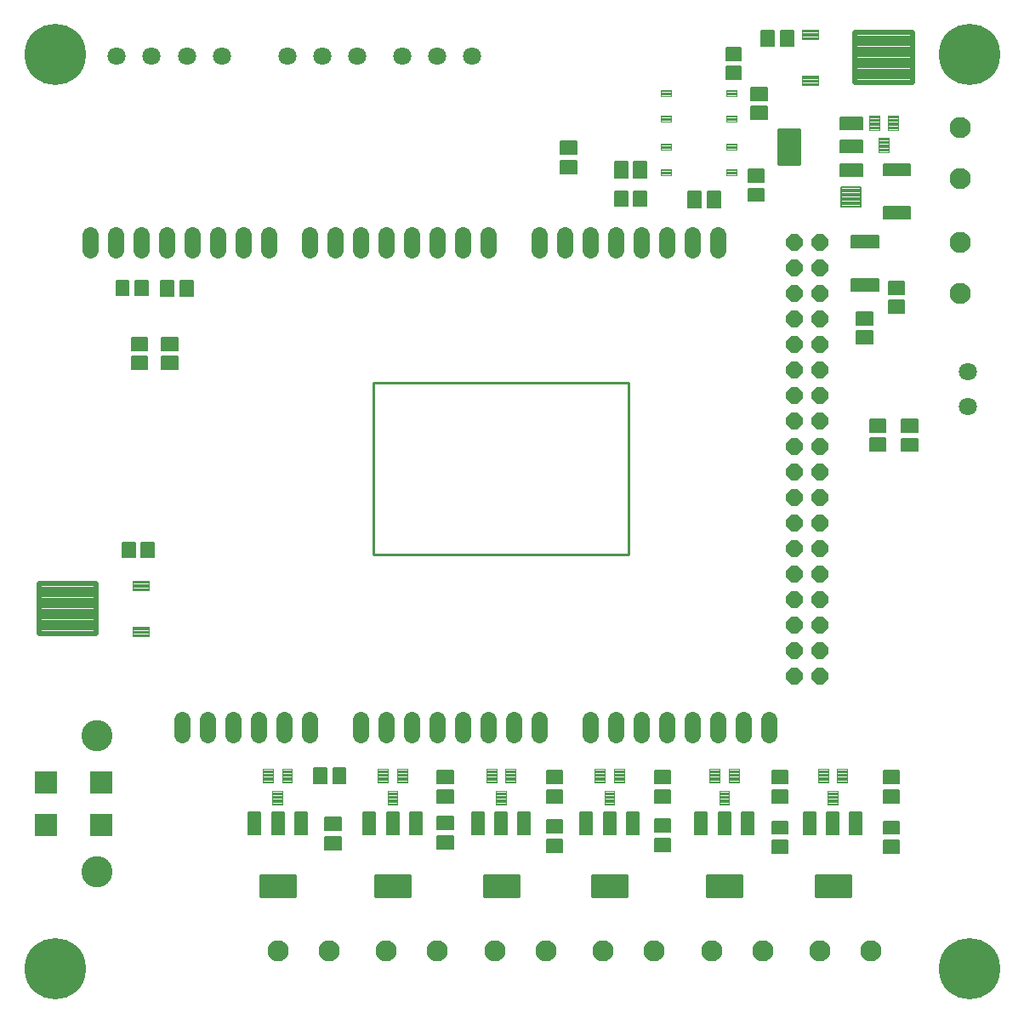
<source format=gbr>
G75*
%MOIN*%
%OFA0B0*%
%FSLAX25Y25*%
%IPPOS*%
%LPD*%
%AMOC8*
5,1,8,0,0,1.08239X$1,22.5*
%
%ADD10C,0.01000*%
%ADD11C,0.06400*%
%ADD12OC8,0.06400*%
%ADD13C,0.00552*%
%ADD14C,0.08274*%
%ADD15R,0.08668X0.08668*%
%ADD16C,0.12211*%
%ADD17C,0.02166*%
%ADD18C,0.00434*%
%ADD19C,0.00470*%
%ADD20C,0.00512*%
%ADD21C,0.00520*%
%ADD22C,0.00906*%
%ADD23C,0.07093*%
%ADD24C,0.00827*%
%ADD25C,0.24022*%
D10*
X0148000Y0194273D02*
X0148000Y0261773D01*
X0248000Y0261773D01*
X0248000Y0194273D01*
X0148000Y0194273D01*
D11*
X0143000Y0129773D02*
X0143000Y0123773D01*
X0153000Y0123773D02*
X0153000Y0129773D01*
X0163000Y0129773D02*
X0163000Y0123773D01*
X0173000Y0123773D02*
X0173000Y0129773D01*
X0183000Y0129773D02*
X0183000Y0123773D01*
X0193000Y0123773D02*
X0193000Y0129773D01*
X0203000Y0129773D02*
X0203000Y0123773D01*
X0213000Y0123773D02*
X0213000Y0129773D01*
X0233000Y0129773D02*
X0233000Y0123773D01*
X0243000Y0123773D02*
X0243000Y0129773D01*
X0253000Y0129773D02*
X0253000Y0123773D01*
X0263000Y0123773D02*
X0263000Y0129773D01*
X0273000Y0129773D02*
X0273000Y0123773D01*
X0283000Y0123773D02*
X0283000Y0129773D01*
X0293000Y0129773D02*
X0293000Y0123773D01*
X0303000Y0123773D02*
X0303000Y0129773D01*
X0123000Y0129773D02*
X0123000Y0123773D01*
X0113000Y0123773D02*
X0113000Y0129773D01*
X0103000Y0129773D02*
X0103000Y0123773D01*
X0093000Y0123773D02*
X0093000Y0129773D01*
X0083000Y0129773D02*
X0083000Y0123773D01*
X0073000Y0123773D02*
X0073000Y0129773D01*
X0077000Y0313773D02*
X0077000Y0319773D01*
X0067000Y0319773D02*
X0067000Y0313773D01*
X0057000Y0313773D02*
X0057000Y0319773D01*
X0047000Y0319773D02*
X0047000Y0313773D01*
X0037000Y0313773D02*
X0037000Y0319773D01*
X0087000Y0319773D02*
X0087000Y0313773D01*
X0097000Y0313773D02*
X0097000Y0319773D01*
X0107000Y0319773D02*
X0107000Y0313773D01*
X0123000Y0313773D02*
X0123000Y0319773D01*
X0133000Y0319773D02*
X0133000Y0313773D01*
X0143000Y0313773D02*
X0143000Y0319773D01*
X0153000Y0319773D02*
X0153000Y0313773D01*
X0163000Y0313773D02*
X0163000Y0319773D01*
X0173000Y0319773D02*
X0173000Y0313773D01*
X0183000Y0313773D02*
X0183000Y0319773D01*
X0193000Y0319773D02*
X0193000Y0313773D01*
X0213000Y0313773D02*
X0213000Y0319773D01*
X0223000Y0319773D02*
X0223000Y0313773D01*
X0233000Y0313773D02*
X0233000Y0319773D01*
X0243000Y0319773D02*
X0243000Y0313773D01*
X0253000Y0313773D02*
X0253000Y0319773D01*
X0263000Y0319773D02*
X0263000Y0313773D01*
X0273000Y0313773D02*
X0273000Y0319773D01*
X0283000Y0319773D02*
X0283000Y0313773D01*
D12*
X0313000Y0316773D03*
X0323000Y0316773D03*
X0323000Y0306773D03*
X0313000Y0306773D03*
X0313000Y0296773D03*
X0323000Y0296773D03*
X0323000Y0286773D03*
X0313000Y0286773D03*
X0313000Y0276773D03*
X0323000Y0276773D03*
X0323000Y0266773D03*
X0313000Y0266773D03*
X0313000Y0256773D03*
X0323000Y0256773D03*
X0323000Y0246773D03*
X0313000Y0246773D03*
X0313000Y0236773D03*
X0323000Y0236773D03*
X0323000Y0226773D03*
X0313000Y0226773D03*
X0313000Y0216773D03*
X0323000Y0216773D03*
X0323000Y0206773D03*
X0313000Y0206773D03*
X0313000Y0196773D03*
X0323000Y0196773D03*
X0323000Y0186773D03*
X0313000Y0186773D03*
X0313000Y0176773D03*
X0323000Y0176773D03*
X0323000Y0166773D03*
X0313000Y0166773D03*
X0313000Y0156773D03*
X0323000Y0156773D03*
X0323000Y0146773D03*
X0313000Y0146773D03*
D13*
X0304227Y0109696D02*
X0304227Y0104730D01*
X0304227Y0109696D02*
X0310373Y0109696D01*
X0310373Y0104730D01*
X0304227Y0104730D01*
X0304227Y0105281D02*
X0310373Y0105281D01*
X0310373Y0105832D02*
X0304227Y0105832D01*
X0304227Y0106383D02*
X0310373Y0106383D01*
X0310373Y0106934D02*
X0304227Y0106934D01*
X0304227Y0107485D02*
X0310373Y0107485D01*
X0310373Y0108036D02*
X0304227Y0108036D01*
X0304227Y0108587D02*
X0310373Y0108587D01*
X0310373Y0109138D02*
X0304227Y0109138D01*
X0304227Y0109689D02*
X0310373Y0109689D01*
X0304227Y0102216D02*
X0304227Y0097250D01*
X0304227Y0102216D02*
X0310373Y0102216D01*
X0310373Y0097250D01*
X0304227Y0097250D01*
X0304227Y0097801D02*
X0310373Y0097801D01*
X0310373Y0098352D02*
X0304227Y0098352D01*
X0304227Y0098903D02*
X0310373Y0098903D01*
X0310373Y0099454D02*
X0304227Y0099454D01*
X0304227Y0100005D02*
X0310373Y0100005D01*
X0310373Y0100556D02*
X0304227Y0100556D01*
X0304227Y0101107D02*
X0310373Y0101107D01*
X0310373Y0101658D02*
X0304227Y0101658D01*
X0304227Y0102209D02*
X0310373Y0102209D01*
X0310373Y0089896D02*
X0310373Y0084930D01*
X0304227Y0084930D01*
X0304227Y0089896D01*
X0310373Y0089896D01*
X0310373Y0085481D02*
X0304227Y0085481D01*
X0304227Y0086032D02*
X0310373Y0086032D01*
X0310373Y0086583D02*
X0304227Y0086583D01*
X0304227Y0087134D02*
X0310373Y0087134D01*
X0310373Y0087685D02*
X0304227Y0087685D01*
X0304227Y0088236D02*
X0310373Y0088236D01*
X0310373Y0088787D02*
X0304227Y0088787D01*
X0304227Y0089338D02*
X0310373Y0089338D01*
X0310373Y0089889D02*
X0304227Y0089889D01*
X0310373Y0082416D02*
X0310373Y0077450D01*
X0304227Y0077450D01*
X0304227Y0082416D01*
X0310373Y0082416D01*
X0310373Y0078001D02*
X0304227Y0078001D01*
X0304227Y0078552D02*
X0310373Y0078552D01*
X0310373Y0079103D02*
X0304227Y0079103D01*
X0304227Y0079654D02*
X0310373Y0079654D01*
X0310373Y0080205D02*
X0304227Y0080205D01*
X0304227Y0080756D02*
X0310373Y0080756D01*
X0310373Y0081307D02*
X0304227Y0081307D01*
X0304227Y0081858D02*
X0310373Y0081858D01*
X0310373Y0082409D02*
X0304227Y0082409D01*
X0264373Y0083216D02*
X0264373Y0078250D01*
X0258227Y0078250D01*
X0258227Y0083216D01*
X0264373Y0083216D01*
X0264373Y0078801D02*
X0258227Y0078801D01*
X0258227Y0079352D02*
X0264373Y0079352D01*
X0264373Y0079903D02*
X0258227Y0079903D01*
X0258227Y0080454D02*
X0264373Y0080454D01*
X0264373Y0081005D02*
X0258227Y0081005D01*
X0258227Y0081556D02*
X0264373Y0081556D01*
X0264373Y0082107D02*
X0258227Y0082107D01*
X0258227Y0082658D02*
X0264373Y0082658D01*
X0264373Y0083209D02*
X0258227Y0083209D01*
X0264373Y0085730D02*
X0264373Y0090696D01*
X0264373Y0085730D02*
X0258227Y0085730D01*
X0258227Y0090696D01*
X0264373Y0090696D01*
X0264373Y0086281D02*
X0258227Y0086281D01*
X0258227Y0086832D02*
X0264373Y0086832D01*
X0264373Y0087383D02*
X0258227Y0087383D01*
X0258227Y0087934D02*
X0264373Y0087934D01*
X0264373Y0088485D02*
X0258227Y0088485D01*
X0258227Y0089036D02*
X0264373Y0089036D01*
X0264373Y0089587D02*
X0258227Y0089587D01*
X0258227Y0090138D02*
X0264373Y0090138D01*
X0264373Y0090689D02*
X0258227Y0090689D01*
X0258227Y0097250D02*
X0258227Y0102216D01*
X0264373Y0102216D01*
X0264373Y0097250D01*
X0258227Y0097250D01*
X0258227Y0097801D02*
X0264373Y0097801D01*
X0264373Y0098352D02*
X0258227Y0098352D01*
X0258227Y0098903D02*
X0264373Y0098903D01*
X0264373Y0099454D02*
X0258227Y0099454D01*
X0258227Y0100005D02*
X0264373Y0100005D01*
X0264373Y0100556D02*
X0258227Y0100556D01*
X0258227Y0101107D02*
X0264373Y0101107D01*
X0264373Y0101658D02*
X0258227Y0101658D01*
X0258227Y0102209D02*
X0264373Y0102209D01*
X0258227Y0104730D02*
X0258227Y0109696D01*
X0264373Y0109696D01*
X0264373Y0104730D01*
X0258227Y0104730D01*
X0258227Y0105281D02*
X0264373Y0105281D01*
X0264373Y0105832D02*
X0258227Y0105832D01*
X0258227Y0106383D02*
X0264373Y0106383D01*
X0264373Y0106934D02*
X0258227Y0106934D01*
X0258227Y0107485D02*
X0264373Y0107485D01*
X0264373Y0108036D02*
X0258227Y0108036D01*
X0258227Y0108587D02*
X0264373Y0108587D01*
X0264373Y0109138D02*
X0258227Y0109138D01*
X0258227Y0109689D02*
X0264373Y0109689D01*
X0215827Y0109696D02*
X0215827Y0104730D01*
X0215827Y0109696D02*
X0221973Y0109696D01*
X0221973Y0104730D01*
X0215827Y0104730D01*
X0215827Y0105281D02*
X0221973Y0105281D01*
X0221973Y0105832D02*
X0215827Y0105832D01*
X0215827Y0106383D02*
X0221973Y0106383D01*
X0221973Y0106934D02*
X0215827Y0106934D01*
X0215827Y0107485D02*
X0221973Y0107485D01*
X0221973Y0108036D02*
X0215827Y0108036D01*
X0215827Y0108587D02*
X0221973Y0108587D01*
X0221973Y0109138D02*
X0215827Y0109138D01*
X0215827Y0109689D02*
X0221973Y0109689D01*
X0215827Y0102216D02*
X0215827Y0097250D01*
X0215827Y0102216D02*
X0221973Y0102216D01*
X0221973Y0097250D01*
X0215827Y0097250D01*
X0215827Y0097801D02*
X0221973Y0097801D01*
X0221973Y0098352D02*
X0215827Y0098352D01*
X0215827Y0098903D02*
X0221973Y0098903D01*
X0221973Y0099454D02*
X0215827Y0099454D01*
X0215827Y0100005D02*
X0221973Y0100005D01*
X0221973Y0100556D02*
X0215827Y0100556D01*
X0215827Y0101107D02*
X0221973Y0101107D01*
X0221973Y0101658D02*
X0215827Y0101658D01*
X0215827Y0102209D02*
X0221973Y0102209D01*
X0221973Y0090296D02*
X0221973Y0085330D01*
X0215827Y0085330D01*
X0215827Y0090296D01*
X0221973Y0090296D01*
X0221973Y0085881D02*
X0215827Y0085881D01*
X0215827Y0086432D02*
X0221973Y0086432D01*
X0221973Y0086983D02*
X0215827Y0086983D01*
X0215827Y0087534D02*
X0221973Y0087534D01*
X0221973Y0088085D02*
X0215827Y0088085D01*
X0215827Y0088636D02*
X0221973Y0088636D01*
X0221973Y0089187D02*
X0215827Y0089187D01*
X0215827Y0089738D02*
X0221973Y0089738D01*
X0221973Y0090289D02*
X0215827Y0090289D01*
X0221973Y0082816D02*
X0221973Y0077850D01*
X0215827Y0077850D01*
X0215827Y0082816D01*
X0221973Y0082816D01*
X0221973Y0078401D02*
X0215827Y0078401D01*
X0215827Y0078952D02*
X0221973Y0078952D01*
X0221973Y0079503D02*
X0215827Y0079503D01*
X0215827Y0080054D02*
X0221973Y0080054D01*
X0221973Y0080605D02*
X0215827Y0080605D01*
X0215827Y0081156D02*
X0221973Y0081156D01*
X0221973Y0081707D02*
X0215827Y0081707D01*
X0215827Y0082258D02*
X0221973Y0082258D01*
X0221973Y0082809D02*
X0215827Y0082809D01*
X0179273Y0084116D02*
X0179273Y0079150D01*
X0173127Y0079150D01*
X0173127Y0084116D01*
X0179273Y0084116D01*
X0179273Y0079701D02*
X0173127Y0079701D01*
X0173127Y0080252D02*
X0179273Y0080252D01*
X0179273Y0080803D02*
X0173127Y0080803D01*
X0173127Y0081354D02*
X0179273Y0081354D01*
X0179273Y0081905D02*
X0173127Y0081905D01*
X0173127Y0082456D02*
X0179273Y0082456D01*
X0179273Y0083007D02*
X0173127Y0083007D01*
X0173127Y0083558D02*
X0179273Y0083558D01*
X0179273Y0084109D02*
X0173127Y0084109D01*
X0179273Y0086630D02*
X0179273Y0091596D01*
X0179273Y0086630D02*
X0173127Y0086630D01*
X0173127Y0091596D01*
X0179273Y0091596D01*
X0179273Y0087181D02*
X0173127Y0087181D01*
X0173127Y0087732D02*
X0179273Y0087732D01*
X0179273Y0088283D02*
X0173127Y0088283D01*
X0173127Y0088834D02*
X0179273Y0088834D01*
X0179273Y0089385D02*
X0173127Y0089385D01*
X0173127Y0089936D02*
X0179273Y0089936D01*
X0179273Y0090487D02*
X0173127Y0090487D01*
X0173127Y0091038D02*
X0179273Y0091038D01*
X0179273Y0091589D02*
X0173127Y0091589D01*
X0173127Y0097250D02*
X0173127Y0102216D01*
X0179273Y0102216D01*
X0179273Y0097250D01*
X0173127Y0097250D01*
X0173127Y0097801D02*
X0179273Y0097801D01*
X0179273Y0098352D02*
X0173127Y0098352D01*
X0173127Y0098903D02*
X0179273Y0098903D01*
X0179273Y0099454D02*
X0173127Y0099454D01*
X0173127Y0100005D02*
X0179273Y0100005D01*
X0179273Y0100556D02*
X0173127Y0100556D01*
X0173127Y0101107D02*
X0179273Y0101107D01*
X0179273Y0101658D02*
X0173127Y0101658D01*
X0173127Y0102209D02*
X0179273Y0102209D01*
X0173127Y0104730D02*
X0173127Y0109696D01*
X0179273Y0109696D01*
X0179273Y0104730D01*
X0173127Y0104730D01*
X0173127Y0105281D02*
X0179273Y0105281D01*
X0179273Y0105832D02*
X0173127Y0105832D01*
X0173127Y0106383D02*
X0179273Y0106383D01*
X0179273Y0106934D02*
X0173127Y0106934D01*
X0173127Y0107485D02*
X0179273Y0107485D01*
X0179273Y0108036D02*
X0173127Y0108036D01*
X0173127Y0108587D02*
X0179273Y0108587D01*
X0179273Y0109138D02*
X0173127Y0109138D01*
X0173127Y0109689D02*
X0179273Y0109689D01*
X0137123Y0110846D02*
X0132157Y0110846D01*
X0137123Y0110846D02*
X0137123Y0104700D01*
X0132157Y0104700D01*
X0132157Y0110846D01*
X0132157Y0105251D02*
X0137123Y0105251D01*
X0137123Y0105802D02*
X0132157Y0105802D01*
X0132157Y0106353D02*
X0137123Y0106353D01*
X0137123Y0106904D02*
X0132157Y0106904D01*
X0132157Y0107455D02*
X0137123Y0107455D01*
X0137123Y0108006D02*
X0132157Y0108006D01*
X0132157Y0108557D02*
X0137123Y0108557D01*
X0137123Y0109108D02*
X0132157Y0109108D01*
X0132157Y0109659D02*
X0137123Y0109659D01*
X0137123Y0110210D02*
X0132157Y0110210D01*
X0132157Y0110761D02*
X0137123Y0110761D01*
X0129643Y0110846D02*
X0124677Y0110846D01*
X0129643Y0110846D02*
X0129643Y0104700D01*
X0124677Y0104700D01*
X0124677Y0110846D01*
X0124677Y0105251D02*
X0129643Y0105251D01*
X0129643Y0105802D02*
X0124677Y0105802D01*
X0124677Y0106353D02*
X0129643Y0106353D01*
X0129643Y0106904D02*
X0124677Y0106904D01*
X0124677Y0107455D02*
X0129643Y0107455D01*
X0129643Y0108006D02*
X0124677Y0108006D01*
X0124677Y0108557D02*
X0129643Y0108557D01*
X0129643Y0109108D02*
X0124677Y0109108D01*
X0124677Y0109659D02*
X0129643Y0109659D01*
X0129643Y0110210D02*
X0124677Y0110210D01*
X0124677Y0110761D02*
X0129643Y0110761D01*
X0135273Y0091296D02*
X0135273Y0086330D01*
X0129127Y0086330D01*
X0129127Y0091296D01*
X0135273Y0091296D01*
X0135273Y0086881D02*
X0129127Y0086881D01*
X0129127Y0087432D02*
X0135273Y0087432D01*
X0135273Y0087983D02*
X0129127Y0087983D01*
X0129127Y0088534D02*
X0135273Y0088534D01*
X0135273Y0089085D02*
X0129127Y0089085D01*
X0129127Y0089636D02*
X0135273Y0089636D01*
X0135273Y0090187D02*
X0129127Y0090187D01*
X0129127Y0090738D02*
X0135273Y0090738D01*
X0135273Y0091289D02*
X0129127Y0091289D01*
X0135273Y0083816D02*
X0135273Y0078850D01*
X0129127Y0078850D01*
X0129127Y0083816D01*
X0135273Y0083816D01*
X0135273Y0079401D02*
X0129127Y0079401D01*
X0129127Y0079952D02*
X0135273Y0079952D01*
X0135273Y0080503D02*
X0129127Y0080503D01*
X0129127Y0081054D02*
X0135273Y0081054D01*
X0135273Y0081605D02*
X0129127Y0081605D01*
X0129127Y0082156D02*
X0135273Y0082156D01*
X0135273Y0082707D02*
X0129127Y0082707D01*
X0129127Y0083258D02*
X0135273Y0083258D01*
X0135273Y0083809D02*
X0129127Y0083809D01*
X0062023Y0193396D02*
X0057057Y0193396D01*
X0057057Y0199150D01*
X0062023Y0199150D01*
X0062023Y0193396D01*
X0062023Y0193947D02*
X0057057Y0193947D01*
X0057057Y0194498D02*
X0062023Y0194498D01*
X0062023Y0195049D02*
X0057057Y0195049D01*
X0057057Y0195600D02*
X0062023Y0195600D01*
X0062023Y0196151D02*
X0057057Y0196151D01*
X0057057Y0196702D02*
X0062023Y0196702D01*
X0062023Y0197253D02*
X0057057Y0197253D01*
X0057057Y0197804D02*
X0062023Y0197804D01*
X0062023Y0198355D02*
X0057057Y0198355D01*
X0057057Y0198906D02*
X0062023Y0198906D01*
X0054543Y0193396D02*
X0049577Y0193396D01*
X0049577Y0199150D01*
X0054543Y0199150D01*
X0054543Y0193396D01*
X0054543Y0193947D02*
X0049577Y0193947D01*
X0049577Y0194498D02*
X0054543Y0194498D01*
X0054543Y0195049D02*
X0049577Y0195049D01*
X0049577Y0195600D02*
X0054543Y0195600D01*
X0054543Y0196151D02*
X0049577Y0196151D01*
X0049577Y0196702D02*
X0054543Y0196702D01*
X0054543Y0197253D02*
X0049577Y0197253D01*
X0049577Y0197804D02*
X0054543Y0197804D01*
X0054543Y0198355D02*
X0049577Y0198355D01*
X0049577Y0198906D02*
X0054543Y0198906D01*
X0059373Y0267050D02*
X0059373Y0272016D01*
X0059373Y0267050D02*
X0053227Y0267050D01*
X0053227Y0272016D01*
X0059373Y0272016D01*
X0059373Y0267601D02*
X0053227Y0267601D01*
X0053227Y0268152D02*
X0059373Y0268152D01*
X0059373Y0268703D02*
X0053227Y0268703D01*
X0053227Y0269254D02*
X0059373Y0269254D01*
X0059373Y0269805D02*
X0053227Y0269805D01*
X0053227Y0270356D02*
X0059373Y0270356D01*
X0059373Y0270907D02*
X0053227Y0270907D01*
X0053227Y0271458D02*
X0059373Y0271458D01*
X0059373Y0272009D02*
X0053227Y0272009D01*
X0059373Y0274530D02*
X0059373Y0279496D01*
X0059373Y0274530D02*
X0053227Y0274530D01*
X0053227Y0279496D01*
X0059373Y0279496D01*
X0059373Y0275081D02*
X0053227Y0275081D01*
X0053227Y0275632D02*
X0059373Y0275632D01*
X0059373Y0276183D02*
X0053227Y0276183D01*
X0053227Y0276734D02*
X0059373Y0276734D01*
X0059373Y0277285D02*
X0053227Y0277285D01*
X0053227Y0277836D02*
X0059373Y0277836D01*
X0059373Y0278387D02*
X0053227Y0278387D01*
X0053227Y0278938D02*
X0059373Y0278938D01*
X0059373Y0279489D02*
X0053227Y0279489D01*
X0071173Y0279496D02*
X0071173Y0274530D01*
X0065027Y0274530D01*
X0065027Y0279496D01*
X0071173Y0279496D01*
X0071173Y0275081D02*
X0065027Y0275081D01*
X0065027Y0275632D02*
X0071173Y0275632D01*
X0071173Y0276183D02*
X0065027Y0276183D01*
X0065027Y0276734D02*
X0071173Y0276734D01*
X0071173Y0277285D02*
X0065027Y0277285D01*
X0065027Y0277836D02*
X0071173Y0277836D01*
X0071173Y0278387D02*
X0065027Y0278387D01*
X0065027Y0278938D02*
X0071173Y0278938D01*
X0071173Y0279489D02*
X0065027Y0279489D01*
X0071173Y0272016D02*
X0071173Y0267050D01*
X0065027Y0267050D01*
X0065027Y0272016D01*
X0071173Y0272016D01*
X0071173Y0267601D02*
X0065027Y0267601D01*
X0065027Y0268152D02*
X0071173Y0268152D01*
X0071173Y0268703D02*
X0065027Y0268703D01*
X0065027Y0269254D02*
X0071173Y0269254D01*
X0071173Y0269805D02*
X0065027Y0269805D01*
X0065027Y0270356D02*
X0071173Y0270356D01*
X0071173Y0270907D02*
X0065027Y0270907D01*
X0065027Y0271458D02*
X0071173Y0271458D01*
X0071173Y0272009D02*
X0065027Y0272009D01*
X0064777Y0295896D02*
X0069743Y0295896D01*
X0064777Y0295896D02*
X0064777Y0301650D01*
X0069743Y0301650D01*
X0069743Y0295896D01*
X0069743Y0296447D02*
X0064777Y0296447D01*
X0064777Y0296998D02*
X0069743Y0296998D01*
X0069743Y0297549D02*
X0064777Y0297549D01*
X0064777Y0298100D02*
X0069743Y0298100D01*
X0069743Y0298651D02*
X0064777Y0298651D01*
X0064777Y0299202D02*
X0069743Y0299202D01*
X0069743Y0299753D02*
X0064777Y0299753D01*
X0064777Y0300304D02*
X0069743Y0300304D01*
X0069743Y0300855D02*
X0064777Y0300855D01*
X0064777Y0301406D02*
X0069743Y0301406D01*
X0072257Y0295896D02*
X0077223Y0295896D01*
X0072257Y0295896D02*
X0072257Y0301650D01*
X0077223Y0301650D01*
X0077223Y0295896D01*
X0077223Y0296447D02*
X0072257Y0296447D01*
X0072257Y0296998D02*
X0077223Y0296998D01*
X0077223Y0297549D02*
X0072257Y0297549D01*
X0072257Y0298100D02*
X0077223Y0298100D01*
X0077223Y0298651D02*
X0072257Y0298651D01*
X0072257Y0299202D02*
X0077223Y0299202D01*
X0077223Y0299753D02*
X0072257Y0299753D01*
X0072257Y0300304D02*
X0077223Y0300304D01*
X0077223Y0300855D02*
X0072257Y0300855D01*
X0072257Y0301406D02*
X0077223Y0301406D01*
X0059623Y0301750D02*
X0054657Y0301750D01*
X0059623Y0301750D02*
X0059623Y0295996D01*
X0054657Y0295996D01*
X0054657Y0301750D01*
X0054657Y0296547D02*
X0059623Y0296547D01*
X0059623Y0297098D02*
X0054657Y0297098D01*
X0054657Y0297649D02*
X0059623Y0297649D01*
X0059623Y0298200D02*
X0054657Y0298200D01*
X0054657Y0298751D02*
X0059623Y0298751D01*
X0059623Y0299302D02*
X0054657Y0299302D01*
X0054657Y0299853D02*
X0059623Y0299853D01*
X0059623Y0300404D02*
X0054657Y0300404D01*
X0054657Y0300955D02*
X0059623Y0300955D01*
X0059623Y0301506D02*
X0054657Y0301506D01*
X0052143Y0301750D02*
X0047177Y0301750D01*
X0052143Y0301750D02*
X0052143Y0295996D01*
X0047177Y0295996D01*
X0047177Y0301750D01*
X0047177Y0296547D02*
X0052143Y0296547D01*
X0052143Y0297098D02*
X0047177Y0297098D01*
X0047177Y0297649D02*
X0052143Y0297649D01*
X0052143Y0298200D02*
X0047177Y0298200D01*
X0047177Y0298751D02*
X0052143Y0298751D01*
X0052143Y0299302D02*
X0047177Y0299302D01*
X0047177Y0299853D02*
X0052143Y0299853D01*
X0052143Y0300404D02*
X0047177Y0300404D01*
X0047177Y0300955D02*
X0052143Y0300955D01*
X0052143Y0301506D02*
X0047177Y0301506D01*
X0227573Y0343850D02*
X0227573Y0348816D01*
X0227573Y0343850D02*
X0221427Y0343850D01*
X0221427Y0348816D01*
X0227573Y0348816D01*
X0227573Y0344401D02*
X0221427Y0344401D01*
X0221427Y0344952D02*
X0227573Y0344952D01*
X0227573Y0345503D02*
X0221427Y0345503D01*
X0221427Y0346054D02*
X0227573Y0346054D01*
X0227573Y0346605D02*
X0221427Y0346605D01*
X0221427Y0347156D02*
X0227573Y0347156D01*
X0227573Y0347707D02*
X0221427Y0347707D01*
X0221427Y0348258D02*
X0227573Y0348258D01*
X0227573Y0348809D02*
X0221427Y0348809D01*
X0227573Y0351330D02*
X0227573Y0356296D01*
X0227573Y0351330D02*
X0221427Y0351330D01*
X0221427Y0356296D01*
X0227573Y0356296D01*
X0227573Y0351881D02*
X0221427Y0351881D01*
X0221427Y0352432D02*
X0227573Y0352432D01*
X0227573Y0352983D02*
X0221427Y0352983D01*
X0221427Y0353534D02*
X0227573Y0353534D01*
X0227573Y0354085D02*
X0221427Y0354085D01*
X0221427Y0354636D02*
X0227573Y0354636D01*
X0227573Y0355187D02*
X0221427Y0355187D01*
X0221427Y0355738D02*
X0227573Y0355738D01*
X0227573Y0356289D02*
X0221427Y0356289D01*
X0242577Y0342200D02*
X0247543Y0342200D01*
X0242577Y0342200D02*
X0242577Y0348346D01*
X0247543Y0348346D01*
X0247543Y0342200D01*
X0247543Y0342751D02*
X0242577Y0342751D01*
X0242577Y0343302D02*
X0247543Y0343302D01*
X0247543Y0343853D02*
X0242577Y0343853D01*
X0242577Y0344404D02*
X0247543Y0344404D01*
X0247543Y0344955D02*
X0242577Y0344955D01*
X0242577Y0345506D02*
X0247543Y0345506D01*
X0247543Y0346057D02*
X0242577Y0346057D01*
X0242577Y0346608D02*
X0247543Y0346608D01*
X0247543Y0347159D02*
X0242577Y0347159D01*
X0242577Y0347710D02*
X0247543Y0347710D01*
X0247543Y0348261D02*
X0242577Y0348261D01*
X0250057Y0342200D02*
X0255023Y0342200D01*
X0250057Y0342200D02*
X0250057Y0348346D01*
X0255023Y0348346D01*
X0255023Y0342200D01*
X0255023Y0342751D02*
X0250057Y0342751D01*
X0250057Y0343302D02*
X0255023Y0343302D01*
X0255023Y0343853D02*
X0250057Y0343853D01*
X0250057Y0344404D02*
X0255023Y0344404D01*
X0255023Y0344955D02*
X0250057Y0344955D01*
X0250057Y0345506D02*
X0255023Y0345506D01*
X0255023Y0346057D02*
X0250057Y0346057D01*
X0250057Y0346608D02*
X0255023Y0346608D01*
X0255023Y0347159D02*
X0250057Y0347159D01*
X0250057Y0347710D02*
X0255023Y0347710D01*
X0255023Y0348261D02*
X0250057Y0348261D01*
X0250057Y0336750D02*
X0255023Y0336750D01*
X0255023Y0330996D01*
X0250057Y0330996D01*
X0250057Y0336750D01*
X0250057Y0331547D02*
X0255023Y0331547D01*
X0255023Y0332098D02*
X0250057Y0332098D01*
X0250057Y0332649D02*
X0255023Y0332649D01*
X0255023Y0333200D02*
X0250057Y0333200D01*
X0250057Y0333751D02*
X0255023Y0333751D01*
X0255023Y0334302D02*
X0250057Y0334302D01*
X0250057Y0334853D02*
X0255023Y0334853D01*
X0255023Y0335404D02*
X0250057Y0335404D01*
X0250057Y0335955D02*
X0255023Y0335955D01*
X0255023Y0336506D02*
X0250057Y0336506D01*
X0247543Y0336750D02*
X0242577Y0336750D01*
X0247543Y0336750D02*
X0247543Y0330996D01*
X0242577Y0330996D01*
X0242577Y0336750D01*
X0242577Y0331547D02*
X0247543Y0331547D01*
X0247543Y0332098D02*
X0242577Y0332098D01*
X0242577Y0332649D02*
X0247543Y0332649D01*
X0247543Y0333200D02*
X0242577Y0333200D01*
X0242577Y0333751D02*
X0247543Y0333751D01*
X0247543Y0334302D02*
X0242577Y0334302D01*
X0242577Y0334853D02*
X0247543Y0334853D01*
X0247543Y0335404D02*
X0242577Y0335404D01*
X0242577Y0335955D02*
X0247543Y0335955D01*
X0247543Y0336506D02*
X0242577Y0336506D01*
X0271477Y0336646D02*
X0276443Y0336646D01*
X0276443Y0330500D01*
X0271477Y0330500D01*
X0271477Y0336646D01*
X0271477Y0331051D02*
X0276443Y0331051D01*
X0276443Y0331602D02*
X0271477Y0331602D01*
X0271477Y0332153D02*
X0276443Y0332153D01*
X0276443Y0332704D02*
X0271477Y0332704D01*
X0271477Y0333255D02*
X0276443Y0333255D01*
X0276443Y0333806D02*
X0271477Y0333806D01*
X0271477Y0334357D02*
X0276443Y0334357D01*
X0276443Y0334908D02*
X0271477Y0334908D01*
X0271477Y0335459D02*
X0276443Y0335459D01*
X0276443Y0336010D02*
X0271477Y0336010D01*
X0271477Y0336561D02*
X0276443Y0336561D01*
X0278957Y0336646D02*
X0283923Y0336646D01*
X0283923Y0330500D01*
X0278957Y0330500D01*
X0278957Y0336646D01*
X0278957Y0331051D02*
X0283923Y0331051D01*
X0283923Y0331602D02*
X0278957Y0331602D01*
X0278957Y0332153D02*
X0283923Y0332153D01*
X0283923Y0332704D02*
X0278957Y0332704D01*
X0278957Y0333255D02*
X0283923Y0333255D01*
X0283923Y0333806D02*
X0278957Y0333806D01*
X0278957Y0334357D02*
X0283923Y0334357D01*
X0283923Y0334908D02*
X0278957Y0334908D01*
X0278957Y0335459D02*
X0283923Y0335459D01*
X0283923Y0336010D02*
X0278957Y0336010D01*
X0278957Y0336561D02*
X0283923Y0336561D01*
X0301073Y0337916D02*
X0301073Y0332950D01*
X0294927Y0332950D01*
X0294927Y0337916D01*
X0301073Y0337916D01*
X0301073Y0333501D02*
X0294927Y0333501D01*
X0294927Y0334052D02*
X0301073Y0334052D01*
X0301073Y0334603D02*
X0294927Y0334603D01*
X0294927Y0335154D02*
X0301073Y0335154D01*
X0301073Y0335705D02*
X0294927Y0335705D01*
X0294927Y0336256D02*
X0301073Y0336256D01*
X0301073Y0336807D02*
X0294927Y0336807D01*
X0294927Y0337358D02*
X0301073Y0337358D01*
X0301073Y0337909D02*
X0294927Y0337909D01*
X0301073Y0340430D02*
X0301073Y0345396D01*
X0301073Y0340430D02*
X0294927Y0340430D01*
X0294927Y0345396D01*
X0301073Y0345396D01*
X0301073Y0340981D02*
X0294927Y0340981D01*
X0294927Y0341532D02*
X0301073Y0341532D01*
X0301073Y0342083D02*
X0294927Y0342083D01*
X0294927Y0342634D02*
X0301073Y0342634D01*
X0301073Y0343185D02*
X0294927Y0343185D01*
X0294927Y0343736D02*
X0301073Y0343736D01*
X0301073Y0344287D02*
X0294927Y0344287D01*
X0294927Y0344838D02*
X0301073Y0344838D01*
X0301073Y0345389D02*
X0294927Y0345389D01*
X0296127Y0365050D02*
X0296127Y0370016D01*
X0302273Y0370016D01*
X0302273Y0365050D01*
X0296127Y0365050D01*
X0296127Y0365601D02*
X0302273Y0365601D01*
X0302273Y0366152D02*
X0296127Y0366152D01*
X0296127Y0366703D02*
X0302273Y0366703D01*
X0302273Y0367254D02*
X0296127Y0367254D01*
X0296127Y0367805D02*
X0302273Y0367805D01*
X0302273Y0368356D02*
X0296127Y0368356D01*
X0296127Y0368907D02*
X0302273Y0368907D01*
X0302273Y0369458D02*
X0296127Y0369458D01*
X0296127Y0370009D02*
X0302273Y0370009D01*
X0296127Y0372530D02*
X0296127Y0377496D01*
X0302273Y0377496D01*
X0302273Y0372530D01*
X0296127Y0372530D01*
X0296127Y0373081D02*
X0302273Y0373081D01*
X0302273Y0373632D02*
X0296127Y0373632D01*
X0296127Y0374183D02*
X0302273Y0374183D01*
X0302273Y0374734D02*
X0296127Y0374734D01*
X0296127Y0375285D02*
X0302273Y0375285D01*
X0302273Y0375836D02*
X0296127Y0375836D01*
X0296127Y0376387D02*
X0302273Y0376387D01*
X0302273Y0376938D02*
X0296127Y0376938D01*
X0296127Y0377489D02*
X0302273Y0377489D01*
X0292077Y0380750D02*
X0292077Y0385716D01*
X0292077Y0380750D02*
X0286323Y0380750D01*
X0286323Y0385716D01*
X0292077Y0385716D01*
X0292077Y0381301D02*
X0286323Y0381301D01*
X0286323Y0381852D02*
X0292077Y0381852D01*
X0292077Y0382403D02*
X0286323Y0382403D01*
X0286323Y0382954D02*
X0292077Y0382954D01*
X0292077Y0383505D02*
X0286323Y0383505D01*
X0286323Y0384056D02*
X0292077Y0384056D01*
X0292077Y0384607D02*
X0286323Y0384607D01*
X0286323Y0385158D02*
X0292077Y0385158D01*
X0292077Y0385709D02*
X0286323Y0385709D01*
X0292077Y0388230D02*
X0292077Y0393196D01*
X0292077Y0388230D02*
X0286323Y0388230D01*
X0286323Y0393196D01*
X0292077Y0393196D01*
X0292077Y0388781D02*
X0286323Y0388781D01*
X0286323Y0389332D02*
X0292077Y0389332D01*
X0292077Y0389883D02*
X0286323Y0389883D01*
X0286323Y0390434D02*
X0292077Y0390434D01*
X0292077Y0390985D02*
X0286323Y0390985D01*
X0286323Y0391536D02*
X0292077Y0391536D01*
X0292077Y0392087D02*
X0286323Y0392087D01*
X0286323Y0392638D02*
X0292077Y0392638D01*
X0292077Y0393189D02*
X0286323Y0393189D01*
X0300077Y0399650D02*
X0305043Y0399650D01*
X0305043Y0393896D01*
X0300077Y0393896D01*
X0300077Y0399650D01*
X0300077Y0394447D02*
X0305043Y0394447D01*
X0305043Y0394998D02*
X0300077Y0394998D01*
X0300077Y0395549D02*
X0305043Y0395549D01*
X0305043Y0396100D02*
X0300077Y0396100D01*
X0300077Y0396651D02*
X0305043Y0396651D01*
X0305043Y0397202D02*
X0300077Y0397202D01*
X0300077Y0397753D02*
X0305043Y0397753D01*
X0305043Y0398304D02*
X0300077Y0398304D01*
X0300077Y0398855D02*
X0305043Y0398855D01*
X0305043Y0399406D02*
X0300077Y0399406D01*
X0307557Y0399650D02*
X0312523Y0399650D01*
X0312523Y0393896D01*
X0307557Y0393896D01*
X0307557Y0399650D01*
X0307557Y0394447D02*
X0312523Y0394447D01*
X0312523Y0394998D02*
X0307557Y0394998D01*
X0307557Y0395549D02*
X0312523Y0395549D01*
X0312523Y0396100D02*
X0307557Y0396100D01*
X0307557Y0396651D02*
X0312523Y0396651D01*
X0312523Y0397202D02*
X0307557Y0397202D01*
X0307557Y0397753D02*
X0312523Y0397753D01*
X0312523Y0398304D02*
X0307557Y0398304D01*
X0307557Y0398855D02*
X0312523Y0398855D01*
X0312523Y0399406D02*
X0307557Y0399406D01*
X0350123Y0301496D02*
X0350123Y0296530D01*
X0350123Y0301496D02*
X0355877Y0301496D01*
X0355877Y0296530D01*
X0350123Y0296530D01*
X0350123Y0297081D02*
X0355877Y0297081D01*
X0355877Y0297632D02*
X0350123Y0297632D01*
X0350123Y0298183D02*
X0355877Y0298183D01*
X0355877Y0298734D02*
X0350123Y0298734D01*
X0350123Y0299285D02*
X0355877Y0299285D01*
X0355877Y0299836D02*
X0350123Y0299836D01*
X0350123Y0300387D02*
X0355877Y0300387D01*
X0355877Y0300938D02*
X0350123Y0300938D01*
X0350123Y0301489D02*
X0355877Y0301489D01*
X0350123Y0294016D02*
X0350123Y0289050D01*
X0350123Y0294016D02*
X0355877Y0294016D01*
X0355877Y0289050D01*
X0350123Y0289050D01*
X0350123Y0289601D02*
X0355877Y0289601D01*
X0355877Y0290152D02*
X0350123Y0290152D01*
X0350123Y0290703D02*
X0355877Y0290703D01*
X0355877Y0291254D02*
X0350123Y0291254D01*
X0350123Y0291805D02*
X0355877Y0291805D01*
X0355877Y0292356D02*
X0350123Y0292356D01*
X0350123Y0292907D02*
X0355877Y0292907D01*
X0355877Y0293458D02*
X0350123Y0293458D01*
X0350123Y0294009D02*
X0355877Y0294009D01*
X0337427Y0289496D02*
X0337427Y0284530D01*
X0337427Y0289496D02*
X0343573Y0289496D01*
X0343573Y0284530D01*
X0337427Y0284530D01*
X0337427Y0285081D02*
X0343573Y0285081D01*
X0343573Y0285632D02*
X0337427Y0285632D01*
X0337427Y0286183D02*
X0343573Y0286183D01*
X0343573Y0286734D02*
X0337427Y0286734D01*
X0337427Y0287285D02*
X0343573Y0287285D01*
X0343573Y0287836D02*
X0337427Y0287836D01*
X0337427Y0288387D02*
X0343573Y0288387D01*
X0343573Y0288938D02*
X0337427Y0288938D01*
X0337427Y0289489D02*
X0343573Y0289489D01*
X0337427Y0282016D02*
X0337427Y0277050D01*
X0337427Y0282016D02*
X0343573Y0282016D01*
X0343573Y0277050D01*
X0337427Y0277050D01*
X0337427Y0277601D02*
X0343573Y0277601D01*
X0343573Y0278152D02*
X0337427Y0278152D01*
X0337427Y0278703D02*
X0343573Y0278703D01*
X0343573Y0279254D02*
X0337427Y0279254D01*
X0337427Y0279805D02*
X0343573Y0279805D01*
X0343573Y0280356D02*
X0337427Y0280356D01*
X0337427Y0280907D02*
X0343573Y0280907D01*
X0343573Y0281458D02*
X0337427Y0281458D01*
X0337427Y0282009D02*
X0343573Y0282009D01*
X0342527Y0247496D02*
X0342527Y0242530D01*
X0342527Y0247496D02*
X0348673Y0247496D01*
X0348673Y0242530D01*
X0342527Y0242530D01*
X0342527Y0243081D02*
X0348673Y0243081D01*
X0348673Y0243632D02*
X0342527Y0243632D01*
X0342527Y0244183D02*
X0348673Y0244183D01*
X0348673Y0244734D02*
X0342527Y0244734D01*
X0342527Y0245285D02*
X0348673Y0245285D01*
X0348673Y0245836D02*
X0342527Y0245836D01*
X0342527Y0246387D02*
X0348673Y0246387D01*
X0348673Y0246938D02*
X0342527Y0246938D01*
X0342527Y0247489D02*
X0348673Y0247489D01*
X0355027Y0247396D02*
X0355027Y0242430D01*
X0355027Y0247396D02*
X0361173Y0247396D01*
X0361173Y0242430D01*
X0355027Y0242430D01*
X0355027Y0242981D02*
X0361173Y0242981D01*
X0361173Y0243532D02*
X0355027Y0243532D01*
X0355027Y0244083D02*
X0361173Y0244083D01*
X0361173Y0244634D02*
X0355027Y0244634D01*
X0355027Y0245185D02*
X0361173Y0245185D01*
X0361173Y0245736D02*
X0355027Y0245736D01*
X0355027Y0246287D02*
X0361173Y0246287D01*
X0361173Y0246838D02*
X0355027Y0246838D01*
X0355027Y0247389D02*
X0361173Y0247389D01*
X0355027Y0239916D02*
X0355027Y0234950D01*
X0355027Y0239916D02*
X0361173Y0239916D01*
X0361173Y0234950D01*
X0355027Y0234950D01*
X0355027Y0235501D02*
X0361173Y0235501D01*
X0361173Y0236052D02*
X0355027Y0236052D01*
X0355027Y0236603D02*
X0361173Y0236603D01*
X0361173Y0237154D02*
X0355027Y0237154D01*
X0355027Y0237705D02*
X0361173Y0237705D01*
X0361173Y0238256D02*
X0355027Y0238256D01*
X0355027Y0238807D02*
X0361173Y0238807D01*
X0361173Y0239358D02*
X0355027Y0239358D01*
X0355027Y0239909D02*
X0361173Y0239909D01*
X0342527Y0240016D02*
X0342527Y0235050D01*
X0342527Y0240016D02*
X0348673Y0240016D01*
X0348673Y0235050D01*
X0342527Y0235050D01*
X0342527Y0235601D02*
X0348673Y0235601D01*
X0348673Y0236152D02*
X0342527Y0236152D01*
X0342527Y0236703D02*
X0348673Y0236703D01*
X0348673Y0237254D02*
X0342527Y0237254D01*
X0342527Y0237805D02*
X0348673Y0237805D01*
X0348673Y0238356D02*
X0342527Y0238356D01*
X0342527Y0238907D02*
X0348673Y0238907D01*
X0348673Y0239458D02*
X0342527Y0239458D01*
X0342527Y0240009D02*
X0348673Y0240009D01*
X0347927Y0109696D02*
X0347927Y0104730D01*
X0347927Y0109696D02*
X0354073Y0109696D01*
X0354073Y0104730D01*
X0347927Y0104730D01*
X0347927Y0105281D02*
X0354073Y0105281D01*
X0354073Y0105832D02*
X0347927Y0105832D01*
X0347927Y0106383D02*
X0354073Y0106383D01*
X0354073Y0106934D02*
X0347927Y0106934D01*
X0347927Y0107485D02*
X0354073Y0107485D01*
X0354073Y0108036D02*
X0347927Y0108036D01*
X0347927Y0108587D02*
X0354073Y0108587D01*
X0354073Y0109138D02*
X0347927Y0109138D01*
X0347927Y0109689D02*
X0354073Y0109689D01*
X0347927Y0102216D02*
X0347927Y0097250D01*
X0347927Y0102216D02*
X0354073Y0102216D01*
X0354073Y0097250D01*
X0347927Y0097250D01*
X0347927Y0097801D02*
X0354073Y0097801D01*
X0354073Y0098352D02*
X0347927Y0098352D01*
X0347927Y0098903D02*
X0354073Y0098903D01*
X0354073Y0099454D02*
X0347927Y0099454D01*
X0347927Y0100005D02*
X0354073Y0100005D01*
X0354073Y0100556D02*
X0347927Y0100556D01*
X0347927Y0101107D02*
X0354073Y0101107D01*
X0354073Y0101658D02*
X0347927Y0101658D01*
X0347927Y0102209D02*
X0354073Y0102209D01*
X0354073Y0089896D02*
X0354073Y0084930D01*
X0347927Y0084930D01*
X0347927Y0089896D01*
X0354073Y0089896D01*
X0354073Y0085481D02*
X0347927Y0085481D01*
X0347927Y0086032D02*
X0354073Y0086032D01*
X0354073Y0086583D02*
X0347927Y0086583D01*
X0347927Y0087134D02*
X0354073Y0087134D01*
X0354073Y0087685D02*
X0347927Y0087685D01*
X0347927Y0088236D02*
X0354073Y0088236D01*
X0354073Y0088787D02*
X0347927Y0088787D01*
X0347927Y0089338D02*
X0354073Y0089338D01*
X0354073Y0089889D02*
X0347927Y0089889D01*
X0354073Y0082416D02*
X0354073Y0077450D01*
X0347927Y0077450D01*
X0347927Y0082416D01*
X0354073Y0082416D01*
X0354073Y0078001D02*
X0347927Y0078001D01*
X0347927Y0078552D02*
X0354073Y0078552D01*
X0354073Y0079103D02*
X0347927Y0079103D01*
X0347927Y0079654D02*
X0354073Y0079654D01*
X0354073Y0080205D02*
X0347927Y0080205D01*
X0347927Y0080756D02*
X0354073Y0080756D01*
X0354073Y0081307D02*
X0347927Y0081307D01*
X0347927Y0081858D02*
X0354073Y0081858D01*
X0354073Y0082409D02*
X0347927Y0082409D01*
D14*
X0343083Y0039174D03*
X0323083Y0039174D03*
X0300583Y0039174D03*
X0280583Y0039174D03*
X0258083Y0039174D03*
X0238083Y0039174D03*
X0215583Y0039174D03*
X0195583Y0039174D03*
X0173083Y0039174D03*
X0153083Y0039174D03*
X0130583Y0039174D03*
X0110583Y0039174D03*
X0378098Y0296856D03*
X0378098Y0316856D03*
X0378098Y0341856D03*
X0378098Y0361856D03*
D15*
X0041327Y0105040D03*
X0041327Y0088505D03*
X0019673Y0088505D03*
X0019673Y0105040D03*
D16*
X0039516Y0123544D03*
X0039516Y0070001D03*
D17*
X0039478Y0163526D02*
X0039478Y0183020D01*
X0039478Y0163526D02*
X0016836Y0163526D01*
X0016836Y0183020D01*
X0039478Y0183020D01*
X0039478Y0165691D02*
X0016836Y0165691D01*
X0016836Y0167856D02*
X0039478Y0167856D01*
X0039478Y0170021D02*
X0016836Y0170021D01*
X0016836Y0172186D02*
X0039478Y0172186D01*
X0039478Y0174351D02*
X0016836Y0174351D01*
X0016836Y0176516D02*
X0039478Y0176516D01*
X0039478Y0178681D02*
X0016836Y0178681D01*
X0016836Y0180846D02*
X0039478Y0180846D01*
X0039478Y0183011D02*
X0016836Y0183011D01*
X0336522Y0379526D02*
X0336522Y0399020D01*
X0359164Y0399020D01*
X0359164Y0379526D01*
X0336522Y0379526D01*
X0336522Y0381691D02*
X0359164Y0381691D01*
X0359164Y0383856D02*
X0336522Y0383856D01*
X0336522Y0386021D02*
X0359164Y0386021D01*
X0359164Y0388186D02*
X0336522Y0388186D01*
X0336522Y0390351D02*
X0359164Y0390351D01*
X0359164Y0392516D02*
X0336522Y0392516D01*
X0336522Y0394681D02*
X0359164Y0394681D01*
X0359164Y0396846D02*
X0336522Y0396846D01*
X0336522Y0399011D02*
X0359164Y0399011D01*
D18*
X0353691Y0366342D02*
X0349789Y0366342D01*
X0353691Y0366342D02*
X0353691Y0360864D01*
X0349789Y0360864D01*
X0349789Y0366342D01*
X0349789Y0361297D02*
X0353691Y0361297D01*
X0353691Y0361730D02*
X0349789Y0361730D01*
X0349789Y0362163D02*
X0353691Y0362163D01*
X0353691Y0362596D02*
X0349789Y0362596D01*
X0349789Y0363029D02*
X0353691Y0363029D01*
X0353691Y0363462D02*
X0349789Y0363462D01*
X0349789Y0363895D02*
X0353691Y0363895D01*
X0353691Y0364328D02*
X0349789Y0364328D01*
X0349789Y0364761D02*
X0353691Y0364761D01*
X0353691Y0365194D02*
X0349789Y0365194D01*
X0349789Y0365627D02*
X0353691Y0365627D01*
X0353691Y0366060D02*
X0349789Y0366060D01*
X0346211Y0366342D02*
X0342309Y0366342D01*
X0346211Y0366342D02*
X0346211Y0360864D01*
X0342309Y0360864D01*
X0342309Y0366342D01*
X0342309Y0361297D02*
X0346211Y0361297D01*
X0346211Y0361730D02*
X0342309Y0361730D01*
X0342309Y0362163D02*
X0346211Y0362163D01*
X0346211Y0362596D02*
X0342309Y0362596D01*
X0342309Y0363029D02*
X0346211Y0363029D01*
X0346211Y0363462D02*
X0342309Y0363462D01*
X0342309Y0363895D02*
X0346211Y0363895D01*
X0346211Y0364328D02*
X0342309Y0364328D01*
X0342309Y0364761D02*
X0346211Y0364761D01*
X0346211Y0365194D02*
X0342309Y0365194D01*
X0342309Y0365627D02*
X0346211Y0365627D01*
X0346211Y0366060D02*
X0342309Y0366060D01*
X0346049Y0357681D02*
X0349951Y0357681D01*
X0349951Y0352203D01*
X0346049Y0352203D01*
X0346049Y0357681D01*
X0346049Y0352636D02*
X0349951Y0352636D01*
X0349951Y0353069D02*
X0346049Y0353069D01*
X0346049Y0353502D02*
X0349951Y0353502D01*
X0349951Y0353935D02*
X0346049Y0353935D01*
X0346049Y0354368D02*
X0349951Y0354368D01*
X0349951Y0354801D02*
X0346049Y0354801D01*
X0346049Y0355234D02*
X0349951Y0355234D01*
X0349951Y0355667D02*
X0346049Y0355667D01*
X0346049Y0356100D02*
X0349951Y0356100D01*
X0349951Y0356533D02*
X0346049Y0356533D01*
X0346049Y0356966D02*
X0349951Y0356966D01*
X0349951Y0357399D02*
X0346049Y0357399D01*
X0315970Y0378345D02*
X0315970Y0382247D01*
X0322234Y0382247D01*
X0322234Y0378345D01*
X0315970Y0378345D01*
X0315970Y0378778D02*
X0322234Y0378778D01*
X0322234Y0379211D02*
X0315970Y0379211D01*
X0315970Y0379644D02*
X0322234Y0379644D01*
X0322234Y0380077D02*
X0315970Y0380077D01*
X0315970Y0380510D02*
X0322234Y0380510D01*
X0322234Y0380943D02*
X0315970Y0380943D01*
X0315970Y0381376D02*
X0322234Y0381376D01*
X0322234Y0381809D02*
X0315970Y0381809D01*
X0315970Y0382242D02*
X0322234Y0382242D01*
X0315970Y0396298D02*
X0315970Y0400200D01*
X0322234Y0400200D01*
X0322234Y0396298D01*
X0315970Y0396298D01*
X0315970Y0396731D02*
X0322234Y0396731D01*
X0322234Y0397164D02*
X0315970Y0397164D01*
X0315970Y0397597D02*
X0322234Y0397597D01*
X0322234Y0398030D02*
X0315970Y0398030D01*
X0315970Y0398463D02*
X0322234Y0398463D01*
X0322234Y0398896D02*
X0315970Y0398896D01*
X0315970Y0399329D02*
X0322234Y0399329D01*
X0322234Y0399762D02*
X0315970Y0399762D01*
X0315970Y0400195D02*
X0322234Y0400195D01*
X0060030Y0184200D02*
X0060030Y0180298D01*
X0053766Y0180298D01*
X0053766Y0184200D01*
X0060030Y0184200D01*
X0060030Y0180731D02*
X0053766Y0180731D01*
X0053766Y0181164D02*
X0060030Y0181164D01*
X0060030Y0181597D02*
X0053766Y0181597D01*
X0053766Y0182030D02*
X0060030Y0182030D01*
X0060030Y0182463D02*
X0053766Y0182463D01*
X0053766Y0182896D02*
X0060030Y0182896D01*
X0060030Y0183329D02*
X0053766Y0183329D01*
X0053766Y0183762D02*
X0060030Y0183762D01*
X0060030Y0184195D02*
X0053766Y0184195D01*
X0060030Y0166247D02*
X0060030Y0162345D01*
X0053766Y0162345D01*
X0053766Y0166247D01*
X0060030Y0166247D01*
X0060030Y0162778D02*
X0053766Y0162778D01*
X0053766Y0163211D02*
X0060030Y0163211D01*
X0060030Y0163644D02*
X0053766Y0163644D01*
X0053766Y0164077D02*
X0060030Y0164077D01*
X0060030Y0164510D02*
X0053766Y0164510D01*
X0053766Y0164943D02*
X0060030Y0164943D01*
X0060030Y0165376D02*
X0053766Y0165376D01*
X0053766Y0165809D02*
X0060030Y0165809D01*
X0060030Y0166242D02*
X0053766Y0166242D01*
X0104709Y0110542D02*
X0108611Y0110542D01*
X0108611Y0105064D01*
X0104709Y0105064D01*
X0104709Y0110542D01*
X0104709Y0105497D02*
X0108611Y0105497D01*
X0108611Y0105930D02*
X0104709Y0105930D01*
X0104709Y0106363D02*
X0108611Y0106363D01*
X0108611Y0106796D02*
X0104709Y0106796D01*
X0104709Y0107229D02*
X0108611Y0107229D01*
X0108611Y0107662D02*
X0104709Y0107662D01*
X0104709Y0108095D02*
X0108611Y0108095D01*
X0108611Y0108528D02*
X0104709Y0108528D01*
X0104709Y0108961D02*
X0108611Y0108961D01*
X0108611Y0109394D02*
X0104709Y0109394D01*
X0104709Y0109827D02*
X0108611Y0109827D01*
X0108611Y0110260D02*
X0104709Y0110260D01*
X0112189Y0110542D02*
X0116091Y0110542D01*
X0116091Y0105064D01*
X0112189Y0105064D01*
X0112189Y0110542D01*
X0112189Y0105497D02*
X0116091Y0105497D01*
X0116091Y0105930D02*
X0112189Y0105930D01*
X0112189Y0106363D02*
X0116091Y0106363D01*
X0116091Y0106796D02*
X0112189Y0106796D01*
X0112189Y0107229D02*
X0116091Y0107229D01*
X0116091Y0107662D02*
X0112189Y0107662D01*
X0112189Y0108095D02*
X0116091Y0108095D01*
X0116091Y0108528D02*
X0112189Y0108528D01*
X0112189Y0108961D02*
X0116091Y0108961D01*
X0116091Y0109394D02*
X0112189Y0109394D01*
X0112189Y0109827D02*
X0116091Y0109827D01*
X0116091Y0110260D02*
X0112189Y0110260D01*
X0112351Y0101881D02*
X0108449Y0101881D01*
X0112351Y0101881D02*
X0112351Y0096403D01*
X0108449Y0096403D01*
X0108449Y0101881D01*
X0108449Y0096836D02*
X0112351Y0096836D01*
X0112351Y0097269D02*
X0108449Y0097269D01*
X0108449Y0097702D02*
X0112351Y0097702D01*
X0112351Y0098135D02*
X0108449Y0098135D01*
X0108449Y0098568D02*
X0112351Y0098568D01*
X0112351Y0099001D02*
X0108449Y0099001D01*
X0108449Y0099434D02*
X0112351Y0099434D01*
X0112351Y0099867D02*
X0108449Y0099867D01*
X0108449Y0100300D02*
X0112351Y0100300D01*
X0112351Y0100733D02*
X0108449Y0100733D01*
X0108449Y0101166D02*
X0112351Y0101166D01*
X0112351Y0101599D02*
X0108449Y0101599D01*
X0149809Y0110542D02*
X0153711Y0110542D01*
X0153711Y0105064D01*
X0149809Y0105064D01*
X0149809Y0110542D01*
X0149809Y0105497D02*
X0153711Y0105497D01*
X0153711Y0105930D02*
X0149809Y0105930D01*
X0149809Y0106363D02*
X0153711Y0106363D01*
X0153711Y0106796D02*
X0149809Y0106796D01*
X0149809Y0107229D02*
X0153711Y0107229D01*
X0153711Y0107662D02*
X0149809Y0107662D01*
X0149809Y0108095D02*
X0153711Y0108095D01*
X0153711Y0108528D02*
X0149809Y0108528D01*
X0149809Y0108961D02*
X0153711Y0108961D01*
X0153711Y0109394D02*
X0149809Y0109394D01*
X0149809Y0109827D02*
X0153711Y0109827D01*
X0153711Y0110260D02*
X0149809Y0110260D01*
X0153549Y0101881D02*
X0157451Y0101881D01*
X0157451Y0096403D01*
X0153549Y0096403D01*
X0153549Y0101881D01*
X0153549Y0096836D02*
X0157451Y0096836D01*
X0157451Y0097269D02*
X0153549Y0097269D01*
X0153549Y0097702D02*
X0157451Y0097702D01*
X0157451Y0098135D02*
X0153549Y0098135D01*
X0153549Y0098568D02*
X0157451Y0098568D01*
X0157451Y0099001D02*
X0153549Y0099001D01*
X0153549Y0099434D02*
X0157451Y0099434D01*
X0157451Y0099867D02*
X0153549Y0099867D01*
X0153549Y0100300D02*
X0157451Y0100300D01*
X0157451Y0100733D02*
X0153549Y0100733D01*
X0153549Y0101166D02*
X0157451Y0101166D01*
X0157451Y0101599D02*
X0153549Y0101599D01*
X0157289Y0110542D02*
X0161191Y0110542D01*
X0161191Y0105064D01*
X0157289Y0105064D01*
X0157289Y0110542D01*
X0157289Y0105497D02*
X0161191Y0105497D01*
X0161191Y0105930D02*
X0157289Y0105930D01*
X0157289Y0106363D02*
X0161191Y0106363D01*
X0161191Y0106796D02*
X0157289Y0106796D01*
X0157289Y0107229D02*
X0161191Y0107229D01*
X0161191Y0107662D02*
X0157289Y0107662D01*
X0157289Y0108095D02*
X0161191Y0108095D01*
X0161191Y0108528D02*
X0157289Y0108528D01*
X0157289Y0108961D02*
X0161191Y0108961D01*
X0161191Y0109394D02*
X0157289Y0109394D01*
X0157289Y0109827D02*
X0161191Y0109827D01*
X0161191Y0110260D02*
X0157289Y0110260D01*
X0192309Y0110542D02*
X0196211Y0110542D01*
X0196211Y0105064D01*
X0192309Y0105064D01*
X0192309Y0110542D01*
X0192309Y0105497D02*
X0196211Y0105497D01*
X0196211Y0105930D02*
X0192309Y0105930D01*
X0192309Y0106363D02*
X0196211Y0106363D01*
X0196211Y0106796D02*
X0192309Y0106796D01*
X0192309Y0107229D02*
X0196211Y0107229D01*
X0196211Y0107662D02*
X0192309Y0107662D01*
X0192309Y0108095D02*
X0196211Y0108095D01*
X0196211Y0108528D02*
X0192309Y0108528D01*
X0192309Y0108961D02*
X0196211Y0108961D01*
X0196211Y0109394D02*
X0192309Y0109394D01*
X0192309Y0109827D02*
X0196211Y0109827D01*
X0196211Y0110260D02*
X0192309Y0110260D01*
X0199789Y0110542D02*
X0203691Y0110542D01*
X0203691Y0105064D01*
X0199789Y0105064D01*
X0199789Y0110542D01*
X0199789Y0105497D02*
X0203691Y0105497D01*
X0203691Y0105930D02*
X0199789Y0105930D01*
X0199789Y0106363D02*
X0203691Y0106363D01*
X0203691Y0106796D02*
X0199789Y0106796D01*
X0199789Y0107229D02*
X0203691Y0107229D01*
X0203691Y0107662D02*
X0199789Y0107662D01*
X0199789Y0108095D02*
X0203691Y0108095D01*
X0203691Y0108528D02*
X0199789Y0108528D01*
X0199789Y0108961D02*
X0203691Y0108961D01*
X0203691Y0109394D02*
X0199789Y0109394D01*
X0199789Y0109827D02*
X0203691Y0109827D01*
X0203691Y0110260D02*
X0199789Y0110260D01*
X0199951Y0101881D02*
X0196049Y0101881D01*
X0199951Y0101881D02*
X0199951Y0096403D01*
X0196049Y0096403D01*
X0196049Y0101881D01*
X0196049Y0096836D02*
X0199951Y0096836D01*
X0199951Y0097269D02*
X0196049Y0097269D01*
X0196049Y0097702D02*
X0199951Y0097702D01*
X0199951Y0098135D02*
X0196049Y0098135D01*
X0196049Y0098568D02*
X0199951Y0098568D01*
X0199951Y0099001D02*
X0196049Y0099001D01*
X0196049Y0099434D02*
X0199951Y0099434D01*
X0199951Y0099867D02*
X0196049Y0099867D01*
X0196049Y0100300D02*
X0199951Y0100300D01*
X0199951Y0100733D02*
X0196049Y0100733D01*
X0196049Y0101166D02*
X0199951Y0101166D01*
X0199951Y0101599D02*
X0196049Y0101599D01*
X0234809Y0110542D02*
X0238711Y0110542D01*
X0238711Y0105064D01*
X0234809Y0105064D01*
X0234809Y0110542D01*
X0234809Y0105497D02*
X0238711Y0105497D01*
X0238711Y0105930D02*
X0234809Y0105930D01*
X0234809Y0106363D02*
X0238711Y0106363D01*
X0238711Y0106796D02*
X0234809Y0106796D01*
X0234809Y0107229D02*
X0238711Y0107229D01*
X0238711Y0107662D02*
X0234809Y0107662D01*
X0234809Y0108095D02*
X0238711Y0108095D01*
X0238711Y0108528D02*
X0234809Y0108528D01*
X0234809Y0108961D02*
X0238711Y0108961D01*
X0238711Y0109394D02*
X0234809Y0109394D01*
X0234809Y0109827D02*
X0238711Y0109827D01*
X0238711Y0110260D02*
X0234809Y0110260D01*
X0242289Y0110542D02*
X0246191Y0110542D01*
X0246191Y0105064D01*
X0242289Y0105064D01*
X0242289Y0110542D01*
X0242289Y0105497D02*
X0246191Y0105497D01*
X0246191Y0105930D02*
X0242289Y0105930D01*
X0242289Y0106363D02*
X0246191Y0106363D01*
X0246191Y0106796D02*
X0242289Y0106796D01*
X0242289Y0107229D02*
X0246191Y0107229D01*
X0246191Y0107662D02*
X0242289Y0107662D01*
X0242289Y0108095D02*
X0246191Y0108095D01*
X0246191Y0108528D02*
X0242289Y0108528D01*
X0242289Y0108961D02*
X0246191Y0108961D01*
X0246191Y0109394D02*
X0242289Y0109394D01*
X0242289Y0109827D02*
X0246191Y0109827D01*
X0246191Y0110260D02*
X0242289Y0110260D01*
X0242451Y0101881D02*
X0238549Y0101881D01*
X0242451Y0101881D02*
X0242451Y0096403D01*
X0238549Y0096403D01*
X0238549Y0101881D01*
X0238549Y0096836D02*
X0242451Y0096836D01*
X0242451Y0097269D02*
X0238549Y0097269D01*
X0238549Y0097702D02*
X0242451Y0097702D01*
X0242451Y0098135D02*
X0238549Y0098135D01*
X0238549Y0098568D02*
X0242451Y0098568D01*
X0242451Y0099001D02*
X0238549Y0099001D01*
X0238549Y0099434D02*
X0242451Y0099434D01*
X0242451Y0099867D02*
X0238549Y0099867D01*
X0238549Y0100300D02*
X0242451Y0100300D01*
X0242451Y0100733D02*
X0238549Y0100733D01*
X0238549Y0101166D02*
X0242451Y0101166D01*
X0242451Y0101599D02*
X0238549Y0101599D01*
X0279809Y0110542D02*
X0283711Y0110542D01*
X0283711Y0105064D01*
X0279809Y0105064D01*
X0279809Y0110542D01*
X0279809Y0105497D02*
X0283711Y0105497D01*
X0283711Y0105930D02*
X0279809Y0105930D01*
X0279809Y0106363D02*
X0283711Y0106363D01*
X0283711Y0106796D02*
X0279809Y0106796D01*
X0279809Y0107229D02*
X0283711Y0107229D01*
X0283711Y0107662D02*
X0279809Y0107662D01*
X0279809Y0108095D02*
X0283711Y0108095D01*
X0283711Y0108528D02*
X0279809Y0108528D01*
X0279809Y0108961D02*
X0283711Y0108961D01*
X0283711Y0109394D02*
X0279809Y0109394D01*
X0279809Y0109827D02*
X0283711Y0109827D01*
X0283711Y0110260D02*
X0279809Y0110260D01*
X0287289Y0110542D02*
X0291191Y0110542D01*
X0291191Y0105064D01*
X0287289Y0105064D01*
X0287289Y0110542D01*
X0287289Y0105497D02*
X0291191Y0105497D01*
X0291191Y0105930D02*
X0287289Y0105930D01*
X0287289Y0106363D02*
X0291191Y0106363D01*
X0291191Y0106796D02*
X0287289Y0106796D01*
X0287289Y0107229D02*
X0291191Y0107229D01*
X0291191Y0107662D02*
X0287289Y0107662D01*
X0287289Y0108095D02*
X0291191Y0108095D01*
X0291191Y0108528D02*
X0287289Y0108528D01*
X0287289Y0108961D02*
X0291191Y0108961D01*
X0291191Y0109394D02*
X0287289Y0109394D01*
X0287289Y0109827D02*
X0291191Y0109827D01*
X0291191Y0110260D02*
X0287289Y0110260D01*
X0287451Y0101881D02*
X0283549Y0101881D01*
X0287451Y0101881D02*
X0287451Y0096403D01*
X0283549Y0096403D01*
X0283549Y0101881D01*
X0283549Y0096836D02*
X0287451Y0096836D01*
X0287451Y0097269D02*
X0283549Y0097269D01*
X0283549Y0097702D02*
X0287451Y0097702D01*
X0287451Y0098135D02*
X0283549Y0098135D01*
X0283549Y0098568D02*
X0287451Y0098568D01*
X0287451Y0099001D02*
X0283549Y0099001D01*
X0283549Y0099434D02*
X0287451Y0099434D01*
X0287451Y0099867D02*
X0283549Y0099867D01*
X0283549Y0100300D02*
X0287451Y0100300D01*
X0287451Y0100733D02*
X0283549Y0100733D01*
X0283549Y0101166D02*
X0287451Y0101166D01*
X0287451Y0101599D02*
X0283549Y0101599D01*
X0322309Y0110542D02*
X0326211Y0110542D01*
X0326211Y0105064D01*
X0322309Y0105064D01*
X0322309Y0110542D01*
X0322309Y0105497D02*
X0326211Y0105497D01*
X0326211Y0105930D02*
X0322309Y0105930D01*
X0322309Y0106363D02*
X0326211Y0106363D01*
X0326211Y0106796D02*
X0322309Y0106796D01*
X0322309Y0107229D02*
X0326211Y0107229D01*
X0326211Y0107662D02*
X0322309Y0107662D01*
X0322309Y0108095D02*
X0326211Y0108095D01*
X0326211Y0108528D02*
X0322309Y0108528D01*
X0322309Y0108961D02*
X0326211Y0108961D01*
X0326211Y0109394D02*
X0322309Y0109394D01*
X0322309Y0109827D02*
X0326211Y0109827D01*
X0326211Y0110260D02*
X0322309Y0110260D01*
X0329789Y0110542D02*
X0333691Y0110542D01*
X0333691Y0105064D01*
X0329789Y0105064D01*
X0329789Y0110542D01*
X0329789Y0105497D02*
X0333691Y0105497D01*
X0333691Y0105930D02*
X0329789Y0105930D01*
X0329789Y0106363D02*
X0333691Y0106363D01*
X0333691Y0106796D02*
X0329789Y0106796D01*
X0329789Y0107229D02*
X0333691Y0107229D01*
X0333691Y0107662D02*
X0329789Y0107662D01*
X0329789Y0108095D02*
X0333691Y0108095D01*
X0333691Y0108528D02*
X0329789Y0108528D01*
X0329789Y0108961D02*
X0333691Y0108961D01*
X0333691Y0109394D02*
X0329789Y0109394D01*
X0329789Y0109827D02*
X0333691Y0109827D01*
X0333691Y0110260D02*
X0329789Y0110260D01*
X0329951Y0101881D02*
X0326049Y0101881D01*
X0329951Y0101881D02*
X0329951Y0096403D01*
X0326049Y0096403D01*
X0326049Y0101881D01*
X0326049Y0096836D02*
X0329951Y0096836D01*
X0329951Y0097269D02*
X0326049Y0097269D01*
X0326049Y0097702D02*
X0329951Y0097702D01*
X0329951Y0098135D02*
X0326049Y0098135D01*
X0326049Y0098568D02*
X0329951Y0098568D01*
X0329951Y0099001D02*
X0326049Y0099001D01*
X0326049Y0099434D02*
X0329951Y0099434D01*
X0329951Y0099867D02*
X0326049Y0099867D01*
X0326049Y0100300D02*
X0329951Y0100300D01*
X0329951Y0100733D02*
X0326049Y0100733D01*
X0326049Y0101166D02*
X0329951Y0101166D01*
X0329951Y0101599D02*
X0326049Y0101599D01*
D19*
X0290189Y0345419D02*
X0286323Y0345419D01*
X0290189Y0345419D02*
X0290189Y0343127D01*
X0286323Y0343127D01*
X0286323Y0345419D01*
X0286323Y0343596D02*
X0290189Y0343596D01*
X0290189Y0344065D02*
X0286323Y0344065D01*
X0286323Y0344534D02*
X0290189Y0344534D01*
X0290189Y0345003D02*
X0286323Y0345003D01*
X0286323Y0355419D02*
X0290189Y0355419D01*
X0290189Y0353127D01*
X0286323Y0353127D01*
X0286323Y0355419D01*
X0286323Y0353596D02*
X0290189Y0353596D01*
X0290189Y0354065D02*
X0286323Y0354065D01*
X0286323Y0354534D02*
X0290189Y0354534D01*
X0290189Y0355003D02*
X0286323Y0355003D01*
X0286323Y0366419D02*
X0290189Y0366419D01*
X0290189Y0364127D01*
X0286323Y0364127D01*
X0286323Y0366419D01*
X0286323Y0364596D02*
X0290189Y0364596D01*
X0290189Y0365065D02*
X0286323Y0365065D01*
X0286323Y0365534D02*
X0290189Y0365534D01*
X0290189Y0366003D02*
X0286323Y0366003D01*
X0286323Y0376419D02*
X0290189Y0376419D01*
X0290189Y0374127D01*
X0286323Y0374127D01*
X0286323Y0376419D01*
X0286323Y0374596D02*
X0290189Y0374596D01*
X0290189Y0375065D02*
X0286323Y0375065D01*
X0286323Y0375534D02*
X0290189Y0375534D01*
X0290189Y0376003D02*
X0286323Y0376003D01*
X0264677Y0374127D02*
X0260811Y0374127D01*
X0260811Y0376419D01*
X0264677Y0376419D01*
X0264677Y0374127D01*
X0264677Y0374596D02*
X0260811Y0374596D01*
X0260811Y0375065D02*
X0264677Y0375065D01*
X0264677Y0375534D02*
X0260811Y0375534D01*
X0260811Y0376003D02*
X0264677Y0376003D01*
X0264677Y0364127D02*
X0260811Y0364127D01*
X0260811Y0366419D01*
X0264677Y0366419D01*
X0264677Y0364127D01*
X0264677Y0364596D02*
X0260811Y0364596D01*
X0260811Y0365065D02*
X0264677Y0365065D01*
X0264677Y0365534D02*
X0260811Y0365534D01*
X0260811Y0366003D02*
X0264677Y0366003D01*
X0264677Y0353127D02*
X0260811Y0353127D01*
X0260811Y0355419D01*
X0264677Y0355419D01*
X0264677Y0353127D01*
X0264677Y0353596D02*
X0260811Y0353596D01*
X0260811Y0354065D02*
X0264677Y0354065D01*
X0264677Y0354534D02*
X0260811Y0354534D01*
X0260811Y0355003D02*
X0264677Y0355003D01*
X0264677Y0343127D02*
X0260811Y0343127D01*
X0260811Y0345419D01*
X0264677Y0345419D01*
X0264677Y0343127D01*
X0264677Y0343596D02*
X0260811Y0343596D01*
X0260811Y0344065D02*
X0264677Y0344065D01*
X0264677Y0344534D02*
X0260811Y0344534D01*
X0260811Y0345003D02*
X0264677Y0345003D01*
D20*
X0335441Y0319343D02*
X0335441Y0314731D01*
X0335441Y0319343D02*
X0345959Y0319343D01*
X0345959Y0314731D01*
X0335441Y0314731D01*
X0335441Y0315242D02*
X0345959Y0315242D01*
X0345959Y0315753D02*
X0335441Y0315753D01*
X0335441Y0316264D02*
X0345959Y0316264D01*
X0345959Y0316775D02*
X0335441Y0316775D01*
X0335441Y0317286D02*
X0345959Y0317286D01*
X0345959Y0317797D02*
X0335441Y0317797D01*
X0335441Y0318308D02*
X0345959Y0318308D01*
X0345959Y0318819D02*
X0335441Y0318819D01*
X0335441Y0319330D02*
X0345959Y0319330D01*
X0347941Y0326002D02*
X0347941Y0330614D01*
X0358459Y0330614D01*
X0358459Y0326002D01*
X0347941Y0326002D01*
X0347941Y0326513D02*
X0358459Y0326513D01*
X0358459Y0327024D02*
X0347941Y0327024D01*
X0347941Y0327535D02*
X0358459Y0327535D01*
X0358459Y0328046D02*
X0347941Y0328046D01*
X0347941Y0328557D02*
X0358459Y0328557D01*
X0358459Y0329068D02*
X0347941Y0329068D01*
X0347941Y0329579D02*
X0358459Y0329579D01*
X0358459Y0330090D02*
X0347941Y0330090D01*
X0347941Y0330601D02*
X0358459Y0330601D01*
X0347941Y0342931D02*
X0347941Y0347543D01*
X0358459Y0347543D01*
X0358459Y0342931D01*
X0347941Y0342931D01*
X0347941Y0343442D02*
X0358459Y0343442D01*
X0358459Y0343953D02*
X0347941Y0343953D01*
X0347941Y0344464D02*
X0358459Y0344464D01*
X0358459Y0344975D02*
X0347941Y0344975D01*
X0347941Y0345486D02*
X0358459Y0345486D01*
X0358459Y0345997D02*
X0347941Y0345997D01*
X0347941Y0346508D02*
X0358459Y0346508D01*
X0358459Y0347019D02*
X0347941Y0347019D01*
X0347941Y0347530D02*
X0358459Y0347530D01*
X0335441Y0302414D02*
X0335441Y0297802D01*
X0335441Y0302414D02*
X0345959Y0302414D01*
X0345959Y0297802D01*
X0335441Y0297802D01*
X0335441Y0298313D02*
X0345959Y0298313D01*
X0345959Y0298824D02*
X0335441Y0298824D01*
X0335441Y0299335D02*
X0345959Y0299335D01*
X0345959Y0299846D02*
X0335441Y0299846D01*
X0335441Y0300357D02*
X0345959Y0300357D01*
X0345959Y0300868D02*
X0335441Y0300868D01*
X0335441Y0301379D02*
X0345959Y0301379D01*
X0345959Y0301890D02*
X0335441Y0301890D01*
X0335441Y0302401D02*
X0345959Y0302401D01*
D21*
X0339540Y0342833D02*
X0339540Y0347513D01*
X0339540Y0342833D02*
X0330860Y0342833D01*
X0330860Y0347513D01*
X0339540Y0347513D01*
X0339540Y0343352D02*
X0330860Y0343352D01*
X0330860Y0343871D02*
X0339540Y0343871D01*
X0339540Y0344390D02*
X0330860Y0344390D01*
X0330860Y0344909D02*
X0339540Y0344909D01*
X0339540Y0345428D02*
X0330860Y0345428D01*
X0330860Y0345947D02*
X0339540Y0345947D01*
X0339540Y0346466D02*
X0330860Y0346466D01*
X0330860Y0346985D02*
X0339540Y0346985D01*
X0339540Y0347504D02*
X0330860Y0347504D01*
X0339540Y0351933D02*
X0339540Y0356613D01*
X0339540Y0351933D02*
X0330860Y0351933D01*
X0330860Y0356613D01*
X0339540Y0356613D01*
X0339540Y0352452D02*
X0330860Y0352452D01*
X0330860Y0352971D02*
X0339540Y0352971D01*
X0339540Y0353490D02*
X0330860Y0353490D01*
X0330860Y0354009D02*
X0339540Y0354009D01*
X0339540Y0354528D02*
X0330860Y0354528D01*
X0330860Y0355047D02*
X0339540Y0355047D01*
X0339540Y0355566D02*
X0330860Y0355566D01*
X0330860Y0356085D02*
X0339540Y0356085D01*
X0339540Y0356604D02*
X0330860Y0356604D01*
X0339540Y0361033D02*
X0339540Y0365713D01*
X0339540Y0361033D02*
X0330860Y0361033D01*
X0330860Y0365713D01*
X0339540Y0365713D01*
X0339540Y0361552D02*
X0330860Y0361552D01*
X0330860Y0362071D02*
X0339540Y0362071D01*
X0339540Y0362590D02*
X0330860Y0362590D01*
X0330860Y0363109D02*
X0339540Y0363109D01*
X0339540Y0363628D02*
X0330860Y0363628D01*
X0330860Y0364147D02*
X0339540Y0364147D01*
X0339540Y0364666D02*
X0330860Y0364666D01*
X0330860Y0365185D02*
X0339540Y0365185D01*
X0339540Y0365704D02*
X0330860Y0365704D01*
X0330340Y0093313D02*
X0325660Y0093313D01*
X0330340Y0093313D02*
X0330340Y0084633D01*
X0325660Y0084633D01*
X0325660Y0093313D01*
X0325660Y0085152D02*
X0330340Y0085152D01*
X0330340Y0085671D02*
X0325660Y0085671D01*
X0325660Y0086190D02*
X0330340Y0086190D01*
X0330340Y0086709D02*
X0325660Y0086709D01*
X0325660Y0087228D02*
X0330340Y0087228D01*
X0330340Y0087747D02*
X0325660Y0087747D01*
X0325660Y0088266D02*
X0330340Y0088266D01*
X0330340Y0088785D02*
X0325660Y0088785D01*
X0325660Y0089304D02*
X0330340Y0089304D01*
X0330340Y0089823D02*
X0325660Y0089823D01*
X0325660Y0090342D02*
X0330340Y0090342D01*
X0330340Y0090861D02*
X0325660Y0090861D01*
X0325660Y0091380D02*
X0330340Y0091380D01*
X0330340Y0091899D02*
X0325660Y0091899D01*
X0325660Y0092418D02*
X0330340Y0092418D01*
X0330340Y0092937D02*
X0325660Y0092937D01*
X0321240Y0093313D02*
X0316560Y0093313D01*
X0321240Y0093313D02*
X0321240Y0084633D01*
X0316560Y0084633D01*
X0316560Y0093313D01*
X0316560Y0085152D02*
X0321240Y0085152D01*
X0321240Y0085671D02*
X0316560Y0085671D01*
X0316560Y0086190D02*
X0321240Y0086190D01*
X0321240Y0086709D02*
X0316560Y0086709D01*
X0316560Y0087228D02*
X0321240Y0087228D01*
X0321240Y0087747D02*
X0316560Y0087747D01*
X0316560Y0088266D02*
X0321240Y0088266D01*
X0321240Y0088785D02*
X0316560Y0088785D01*
X0316560Y0089304D02*
X0321240Y0089304D01*
X0321240Y0089823D02*
X0316560Y0089823D01*
X0316560Y0090342D02*
X0321240Y0090342D01*
X0321240Y0090861D02*
X0316560Y0090861D01*
X0316560Y0091380D02*
X0321240Y0091380D01*
X0321240Y0091899D02*
X0316560Y0091899D01*
X0316560Y0092418D02*
X0321240Y0092418D01*
X0321240Y0092937D02*
X0316560Y0092937D01*
X0334760Y0093313D02*
X0339440Y0093313D01*
X0339440Y0084633D01*
X0334760Y0084633D01*
X0334760Y0093313D01*
X0334760Y0085152D02*
X0339440Y0085152D01*
X0339440Y0085671D02*
X0334760Y0085671D01*
X0334760Y0086190D02*
X0339440Y0086190D01*
X0339440Y0086709D02*
X0334760Y0086709D01*
X0334760Y0087228D02*
X0339440Y0087228D01*
X0339440Y0087747D02*
X0334760Y0087747D01*
X0334760Y0088266D02*
X0339440Y0088266D01*
X0339440Y0088785D02*
X0334760Y0088785D01*
X0334760Y0089304D02*
X0339440Y0089304D01*
X0339440Y0089823D02*
X0334760Y0089823D01*
X0334760Y0090342D02*
X0339440Y0090342D01*
X0339440Y0090861D02*
X0334760Y0090861D01*
X0334760Y0091380D02*
X0339440Y0091380D01*
X0339440Y0091899D02*
X0334760Y0091899D01*
X0334760Y0092418D02*
X0339440Y0092418D01*
X0339440Y0092937D02*
X0334760Y0092937D01*
X0296940Y0093313D02*
X0292260Y0093313D01*
X0296940Y0093313D02*
X0296940Y0084633D01*
X0292260Y0084633D01*
X0292260Y0093313D01*
X0292260Y0085152D02*
X0296940Y0085152D01*
X0296940Y0085671D02*
X0292260Y0085671D01*
X0292260Y0086190D02*
X0296940Y0086190D01*
X0296940Y0086709D02*
X0292260Y0086709D01*
X0292260Y0087228D02*
X0296940Y0087228D01*
X0296940Y0087747D02*
X0292260Y0087747D01*
X0292260Y0088266D02*
X0296940Y0088266D01*
X0296940Y0088785D02*
X0292260Y0088785D01*
X0292260Y0089304D02*
X0296940Y0089304D01*
X0296940Y0089823D02*
X0292260Y0089823D01*
X0292260Y0090342D02*
X0296940Y0090342D01*
X0296940Y0090861D02*
X0292260Y0090861D01*
X0292260Y0091380D02*
X0296940Y0091380D01*
X0296940Y0091899D02*
X0292260Y0091899D01*
X0292260Y0092418D02*
X0296940Y0092418D01*
X0296940Y0092937D02*
X0292260Y0092937D01*
X0287840Y0093313D02*
X0283160Y0093313D01*
X0287840Y0093313D02*
X0287840Y0084633D01*
X0283160Y0084633D01*
X0283160Y0093313D01*
X0283160Y0085152D02*
X0287840Y0085152D01*
X0287840Y0085671D02*
X0283160Y0085671D01*
X0283160Y0086190D02*
X0287840Y0086190D01*
X0287840Y0086709D02*
X0283160Y0086709D01*
X0283160Y0087228D02*
X0287840Y0087228D01*
X0287840Y0087747D02*
X0283160Y0087747D01*
X0283160Y0088266D02*
X0287840Y0088266D01*
X0287840Y0088785D02*
X0283160Y0088785D01*
X0283160Y0089304D02*
X0287840Y0089304D01*
X0287840Y0089823D02*
X0283160Y0089823D01*
X0283160Y0090342D02*
X0287840Y0090342D01*
X0287840Y0090861D02*
X0283160Y0090861D01*
X0283160Y0091380D02*
X0287840Y0091380D01*
X0287840Y0091899D02*
X0283160Y0091899D01*
X0283160Y0092418D02*
X0287840Y0092418D01*
X0287840Y0092937D02*
X0283160Y0092937D01*
X0278740Y0093313D02*
X0274060Y0093313D01*
X0278740Y0093313D02*
X0278740Y0084633D01*
X0274060Y0084633D01*
X0274060Y0093313D01*
X0274060Y0085152D02*
X0278740Y0085152D01*
X0278740Y0085671D02*
X0274060Y0085671D01*
X0274060Y0086190D02*
X0278740Y0086190D01*
X0278740Y0086709D02*
X0274060Y0086709D01*
X0274060Y0087228D02*
X0278740Y0087228D01*
X0278740Y0087747D02*
X0274060Y0087747D01*
X0274060Y0088266D02*
X0278740Y0088266D01*
X0278740Y0088785D02*
X0274060Y0088785D01*
X0274060Y0089304D02*
X0278740Y0089304D01*
X0278740Y0089823D02*
X0274060Y0089823D01*
X0274060Y0090342D02*
X0278740Y0090342D01*
X0278740Y0090861D02*
X0274060Y0090861D01*
X0274060Y0091380D02*
X0278740Y0091380D01*
X0278740Y0091899D02*
X0274060Y0091899D01*
X0274060Y0092418D02*
X0278740Y0092418D01*
X0278740Y0092937D02*
X0274060Y0092937D01*
X0251940Y0093313D02*
X0247260Y0093313D01*
X0251940Y0093313D02*
X0251940Y0084633D01*
X0247260Y0084633D01*
X0247260Y0093313D01*
X0247260Y0085152D02*
X0251940Y0085152D01*
X0251940Y0085671D02*
X0247260Y0085671D01*
X0247260Y0086190D02*
X0251940Y0086190D01*
X0251940Y0086709D02*
X0247260Y0086709D01*
X0247260Y0087228D02*
X0251940Y0087228D01*
X0251940Y0087747D02*
X0247260Y0087747D01*
X0247260Y0088266D02*
X0251940Y0088266D01*
X0251940Y0088785D02*
X0247260Y0088785D01*
X0247260Y0089304D02*
X0251940Y0089304D01*
X0251940Y0089823D02*
X0247260Y0089823D01*
X0247260Y0090342D02*
X0251940Y0090342D01*
X0251940Y0090861D02*
X0247260Y0090861D01*
X0247260Y0091380D02*
X0251940Y0091380D01*
X0251940Y0091899D02*
X0247260Y0091899D01*
X0247260Y0092418D02*
X0251940Y0092418D01*
X0251940Y0092937D02*
X0247260Y0092937D01*
X0242840Y0093313D02*
X0238160Y0093313D01*
X0242840Y0093313D02*
X0242840Y0084633D01*
X0238160Y0084633D01*
X0238160Y0093313D01*
X0238160Y0085152D02*
X0242840Y0085152D01*
X0242840Y0085671D02*
X0238160Y0085671D01*
X0238160Y0086190D02*
X0242840Y0086190D01*
X0242840Y0086709D02*
X0238160Y0086709D01*
X0238160Y0087228D02*
X0242840Y0087228D01*
X0242840Y0087747D02*
X0238160Y0087747D01*
X0238160Y0088266D02*
X0242840Y0088266D01*
X0242840Y0088785D02*
X0238160Y0088785D01*
X0238160Y0089304D02*
X0242840Y0089304D01*
X0242840Y0089823D02*
X0238160Y0089823D01*
X0238160Y0090342D02*
X0242840Y0090342D01*
X0242840Y0090861D02*
X0238160Y0090861D01*
X0238160Y0091380D02*
X0242840Y0091380D01*
X0242840Y0091899D02*
X0238160Y0091899D01*
X0238160Y0092418D02*
X0242840Y0092418D01*
X0242840Y0092937D02*
X0238160Y0092937D01*
X0233740Y0093313D02*
X0229060Y0093313D01*
X0233740Y0093313D02*
X0233740Y0084633D01*
X0229060Y0084633D01*
X0229060Y0093313D01*
X0229060Y0085152D02*
X0233740Y0085152D01*
X0233740Y0085671D02*
X0229060Y0085671D01*
X0229060Y0086190D02*
X0233740Y0086190D01*
X0233740Y0086709D02*
X0229060Y0086709D01*
X0229060Y0087228D02*
X0233740Y0087228D01*
X0233740Y0087747D02*
X0229060Y0087747D01*
X0229060Y0088266D02*
X0233740Y0088266D01*
X0233740Y0088785D02*
X0229060Y0088785D01*
X0229060Y0089304D02*
X0233740Y0089304D01*
X0233740Y0089823D02*
X0229060Y0089823D01*
X0229060Y0090342D02*
X0233740Y0090342D01*
X0233740Y0090861D02*
X0229060Y0090861D01*
X0229060Y0091380D02*
X0233740Y0091380D01*
X0233740Y0091899D02*
X0229060Y0091899D01*
X0229060Y0092418D02*
X0233740Y0092418D01*
X0233740Y0092937D02*
X0229060Y0092937D01*
X0209440Y0093313D02*
X0204760Y0093313D01*
X0209440Y0093313D02*
X0209440Y0084633D01*
X0204760Y0084633D01*
X0204760Y0093313D01*
X0204760Y0085152D02*
X0209440Y0085152D01*
X0209440Y0085671D02*
X0204760Y0085671D01*
X0204760Y0086190D02*
X0209440Y0086190D01*
X0209440Y0086709D02*
X0204760Y0086709D01*
X0204760Y0087228D02*
X0209440Y0087228D01*
X0209440Y0087747D02*
X0204760Y0087747D01*
X0204760Y0088266D02*
X0209440Y0088266D01*
X0209440Y0088785D02*
X0204760Y0088785D01*
X0204760Y0089304D02*
X0209440Y0089304D01*
X0209440Y0089823D02*
X0204760Y0089823D01*
X0204760Y0090342D02*
X0209440Y0090342D01*
X0209440Y0090861D02*
X0204760Y0090861D01*
X0204760Y0091380D02*
X0209440Y0091380D01*
X0209440Y0091899D02*
X0204760Y0091899D01*
X0204760Y0092418D02*
X0209440Y0092418D01*
X0209440Y0092937D02*
X0204760Y0092937D01*
X0200340Y0093313D02*
X0195660Y0093313D01*
X0200340Y0093313D02*
X0200340Y0084633D01*
X0195660Y0084633D01*
X0195660Y0093313D01*
X0195660Y0085152D02*
X0200340Y0085152D01*
X0200340Y0085671D02*
X0195660Y0085671D01*
X0195660Y0086190D02*
X0200340Y0086190D01*
X0200340Y0086709D02*
X0195660Y0086709D01*
X0195660Y0087228D02*
X0200340Y0087228D01*
X0200340Y0087747D02*
X0195660Y0087747D01*
X0195660Y0088266D02*
X0200340Y0088266D01*
X0200340Y0088785D02*
X0195660Y0088785D01*
X0195660Y0089304D02*
X0200340Y0089304D01*
X0200340Y0089823D02*
X0195660Y0089823D01*
X0195660Y0090342D02*
X0200340Y0090342D01*
X0200340Y0090861D02*
X0195660Y0090861D01*
X0195660Y0091380D02*
X0200340Y0091380D01*
X0200340Y0091899D02*
X0195660Y0091899D01*
X0195660Y0092418D02*
X0200340Y0092418D01*
X0200340Y0092937D02*
X0195660Y0092937D01*
X0191240Y0093313D02*
X0186560Y0093313D01*
X0191240Y0093313D02*
X0191240Y0084633D01*
X0186560Y0084633D01*
X0186560Y0093313D01*
X0186560Y0085152D02*
X0191240Y0085152D01*
X0191240Y0085671D02*
X0186560Y0085671D01*
X0186560Y0086190D02*
X0191240Y0086190D01*
X0191240Y0086709D02*
X0186560Y0086709D01*
X0186560Y0087228D02*
X0191240Y0087228D01*
X0191240Y0087747D02*
X0186560Y0087747D01*
X0186560Y0088266D02*
X0191240Y0088266D01*
X0191240Y0088785D02*
X0186560Y0088785D01*
X0186560Y0089304D02*
X0191240Y0089304D01*
X0191240Y0089823D02*
X0186560Y0089823D01*
X0186560Y0090342D02*
X0191240Y0090342D01*
X0191240Y0090861D02*
X0186560Y0090861D01*
X0186560Y0091380D02*
X0191240Y0091380D01*
X0191240Y0091899D02*
X0186560Y0091899D01*
X0186560Y0092418D02*
X0191240Y0092418D01*
X0191240Y0092937D02*
X0186560Y0092937D01*
X0166940Y0093313D02*
X0162260Y0093313D01*
X0166940Y0093313D02*
X0166940Y0084633D01*
X0162260Y0084633D01*
X0162260Y0093313D01*
X0162260Y0085152D02*
X0166940Y0085152D01*
X0166940Y0085671D02*
X0162260Y0085671D01*
X0162260Y0086190D02*
X0166940Y0086190D01*
X0166940Y0086709D02*
X0162260Y0086709D01*
X0162260Y0087228D02*
X0166940Y0087228D01*
X0166940Y0087747D02*
X0162260Y0087747D01*
X0162260Y0088266D02*
X0166940Y0088266D01*
X0166940Y0088785D02*
X0162260Y0088785D01*
X0162260Y0089304D02*
X0166940Y0089304D01*
X0166940Y0089823D02*
X0162260Y0089823D01*
X0162260Y0090342D02*
X0166940Y0090342D01*
X0166940Y0090861D02*
X0162260Y0090861D01*
X0162260Y0091380D02*
X0166940Y0091380D01*
X0166940Y0091899D02*
X0162260Y0091899D01*
X0162260Y0092418D02*
X0166940Y0092418D01*
X0166940Y0092937D02*
X0162260Y0092937D01*
X0157840Y0093313D02*
X0153160Y0093313D01*
X0157840Y0093313D02*
X0157840Y0084633D01*
X0153160Y0084633D01*
X0153160Y0093313D01*
X0153160Y0085152D02*
X0157840Y0085152D01*
X0157840Y0085671D02*
X0153160Y0085671D01*
X0153160Y0086190D02*
X0157840Y0086190D01*
X0157840Y0086709D02*
X0153160Y0086709D01*
X0153160Y0087228D02*
X0157840Y0087228D01*
X0157840Y0087747D02*
X0153160Y0087747D01*
X0153160Y0088266D02*
X0157840Y0088266D01*
X0157840Y0088785D02*
X0153160Y0088785D01*
X0153160Y0089304D02*
X0157840Y0089304D01*
X0157840Y0089823D02*
X0153160Y0089823D01*
X0153160Y0090342D02*
X0157840Y0090342D01*
X0157840Y0090861D02*
X0153160Y0090861D01*
X0153160Y0091380D02*
X0157840Y0091380D01*
X0157840Y0091899D02*
X0153160Y0091899D01*
X0153160Y0092418D02*
X0157840Y0092418D01*
X0157840Y0092937D02*
X0153160Y0092937D01*
X0148740Y0093313D02*
X0144060Y0093313D01*
X0148740Y0093313D02*
X0148740Y0084633D01*
X0144060Y0084633D01*
X0144060Y0093313D01*
X0144060Y0085152D02*
X0148740Y0085152D01*
X0148740Y0085671D02*
X0144060Y0085671D01*
X0144060Y0086190D02*
X0148740Y0086190D01*
X0148740Y0086709D02*
X0144060Y0086709D01*
X0144060Y0087228D02*
X0148740Y0087228D01*
X0148740Y0087747D02*
X0144060Y0087747D01*
X0144060Y0088266D02*
X0148740Y0088266D01*
X0148740Y0088785D02*
X0144060Y0088785D01*
X0144060Y0089304D02*
X0148740Y0089304D01*
X0148740Y0089823D02*
X0144060Y0089823D01*
X0144060Y0090342D02*
X0148740Y0090342D01*
X0148740Y0090861D02*
X0144060Y0090861D01*
X0144060Y0091380D02*
X0148740Y0091380D01*
X0148740Y0091899D02*
X0144060Y0091899D01*
X0144060Y0092418D02*
X0148740Y0092418D01*
X0148740Y0092937D02*
X0144060Y0092937D01*
X0121940Y0093313D02*
X0117260Y0093313D01*
X0121940Y0093313D02*
X0121940Y0084633D01*
X0117260Y0084633D01*
X0117260Y0093313D01*
X0117260Y0085152D02*
X0121940Y0085152D01*
X0121940Y0085671D02*
X0117260Y0085671D01*
X0117260Y0086190D02*
X0121940Y0086190D01*
X0121940Y0086709D02*
X0117260Y0086709D01*
X0117260Y0087228D02*
X0121940Y0087228D01*
X0121940Y0087747D02*
X0117260Y0087747D01*
X0117260Y0088266D02*
X0121940Y0088266D01*
X0121940Y0088785D02*
X0117260Y0088785D01*
X0117260Y0089304D02*
X0121940Y0089304D01*
X0121940Y0089823D02*
X0117260Y0089823D01*
X0117260Y0090342D02*
X0121940Y0090342D01*
X0121940Y0090861D02*
X0117260Y0090861D01*
X0117260Y0091380D02*
X0121940Y0091380D01*
X0121940Y0091899D02*
X0117260Y0091899D01*
X0117260Y0092418D02*
X0121940Y0092418D01*
X0121940Y0092937D02*
X0117260Y0092937D01*
X0112840Y0093313D02*
X0108160Y0093313D01*
X0112840Y0093313D02*
X0112840Y0084633D01*
X0108160Y0084633D01*
X0108160Y0093313D01*
X0108160Y0085152D02*
X0112840Y0085152D01*
X0112840Y0085671D02*
X0108160Y0085671D01*
X0108160Y0086190D02*
X0112840Y0086190D01*
X0112840Y0086709D02*
X0108160Y0086709D01*
X0108160Y0087228D02*
X0112840Y0087228D01*
X0112840Y0087747D02*
X0108160Y0087747D01*
X0108160Y0088266D02*
X0112840Y0088266D01*
X0112840Y0088785D02*
X0108160Y0088785D01*
X0108160Y0089304D02*
X0112840Y0089304D01*
X0112840Y0089823D02*
X0108160Y0089823D01*
X0108160Y0090342D02*
X0112840Y0090342D01*
X0112840Y0090861D02*
X0108160Y0090861D01*
X0108160Y0091380D02*
X0112840Y0091380D01*
X0112840Y0091899D02*
X0108160Y0091899D01*
X0108160Y0092418D02*
X0112840Y0092418D01*
X0112840Y0092937D02*
X0108160Y0092937D01*
X0103740Y0093313D02*
X0099060Y0093313D01*
X0103740Y0093313D02*
X0103740Y0084633D01*
X0099060Y0084633D01*
X0099060Y0093313D01*
X0099060Y0085152D02*
X0103740Y0085152D01*
X0103740Y0085671D02*
X0099060Y0085671D01*
X0099060Y0086190D02*
X0103740Y0086190D01*
X0103740Y0086709D02*
X0099060Y0086709D01*
X0099060Y0087228D02*
X0103740Y0087228D01*
X0103740Y0087747D02*
X0099060Y0087747D01*
X0099060Y0088266D02*
X0103740Y0088266D01*
X0103740Y0088785D02*
X0099060Y0088785D01*
X0099060Y0089304D02*
X0103740Y0089304D01*
X0103740Y0089823D02*
X0099060Y0089823D01*
X0099060Y0090342D02*
X0103740Y0090342D01*
X0103740Y0090861D02*
X0099060Y0090861D01*
X0099060Y0091380D02*
X0103740Y0091380D01*
X0103740Y0091899D02*
X0099060Y0091899D01*
X0099060Y0092418D02*
X0103740Y0092418D01*
X0103740Y0092937D02*
X0099060Y0092937D01*
D22*
X0103667Y0068649D02*
X0117333Y0068649D01*
X0117333Y0060495D01*
X0103667Y0060495D01*
X0103667Y0068649D01*
X0103667Y0061400D02*
X0117333Y0061400D01*
X0117333Y0062305D02*
X0103667Y0062305D01*
X0103667Y0063210D02*
X0117333Y0063210D01*
X0117333Y0064115D02*
X0103667Y0064115D01*
X0103667Y0065020D02*
X0117333Y0065020D01*
X0117333Y0065925D02*
X0103667Y0065925D01*
X0103667Y0066830D02*
X0117333Y0066830D01*
X0117333Y0067735D02*
X0103667Y0067735D01*
X0103667Y0068640D02*
X0117333Y0068640D01*
X0148667Y0068649D02*
X0162333Y0068649D01*
X0162333Y0060495D01*
X0148667Y0060495D01*
X0148667Y0068649D01*
X0148667Y0061400D02*
X0162333Y0061400D01*
X0162333Y0062305D02*
X0148667Y0062305D01*
X0148667Y0063210D02*
X0162333Y0063210D01*
X0162333Y0064115D02*
X0148667Y0064115D01*
X0148667Y0065020D02*
X0162333Y0065020D01*
X0162333Y0065925D02*
X0148667Y0065925D01*
X0148667Y0066830D02*
X0162333Y0066830D01*
X0162333Y0067735D02*
X0148667Y0067735D01*
X0148667Y0068640D02*
X0162333Y0068640D01*
X0191167Y0068649D02*
X0204833Y0068649D01*
X0204833Y0060495D01*
X0191167Y0060495D01*
X0191167Y0068649D01*
X0191167Y0061400D02*
X0204833Y0061400D01*
X0204833Y0062305D02*
X0191167Y0062305D01*
X0191167Y0063210D02*
X0204833Y0063210D01*
X0204833Y0064115D02*
X0191167Y0064115D01*
X0191167Y0065020D02*
X0204833Y0065020D01*
X0204833Y0065925D02*
X0191167Y0065925D01*
X0191167Y0066830D02*
X0204833Y0066830D01*
X0204833Y0067735D02*
X0191167Y0067735D01*
X0191167Y0068640D02*
X0204833Y0068640D01*
X0233667Y0068649D02*
X0247333Y0068649D01*
X0247333Y0060495D01*
X0233667Y0060495D01*
X0233667Y0068649D01*
X0233667Y0061400D02*
X0247333Y0061400D01*
X0247333Y0062305D02*
X0233667Y0062305D01*
X0233667Y0063210D02*
X0247333Y0063210D01*
X0247333Y0064115D02*
X0233667Y0064115D01*
X0233667Y0065020D02*
X0247333Y0065020D01*
X0247333Y0065925D02*
X0233667Y0065925D01*
X0233667Y0066830D02*
X0247333Y0066830D01*
X0247333Y0067735D02*
X0233667Y0067735D01*
X0233667Y0068640D02*
X0247333Y0068640D01*
X0278667Y0068649D02*
X0292333Y0068649D01*
X0292333Y0060495D01*
X0278667Y0060495D01*
X0278667Y0068649D01*
X0278667Y0061400D02*
X0292333Y0061400D01*
X0292333Y0062305D02*
X0278667Y0062305D01*
X0278667Y0063210D02*
X0292333Y0063210D01*
X0292333Y0064115D02*
X0278667Y0064115D01*
X0278667Y0065020D02*
X0292333Y0065020D01*
X0292333Y0065925D02*
X0278667Y0065925D01*
X0278667Y0066830D02*
X0292333Y0066830D01*
X0292333Y0067735D02*
X0278667Y0067735D01*
X0278667Y0068640D02*
X0292333Y0068640D01*
X0321167Y0068649D02*
X0334833Y0068649D01*
X0334833Y0060495D01*
X0321167Y0060495D01*
X0321167Y0068649D01*
X0321167Y0061400D02*
X0334833Y0061400D01*
X0334833Y0062305D02*
X0321167Y0062305D01*
X0321167Y0063210D02*
X0334833Y0063210D01*
X0334833Y0064115D02*
X0321167Y0064115D01*
X0321167Y0065020D02*
X0334833Y0065020D01*
X0334833Y0065925D02*
X0321167Y0065925D01*
X0321167Y0066830D02*
X0334833Y0066830D01*
X0334833Y0067735D02*
X0321167Y0067735D01*
X0321167Y0068640D02*
X0334833Y0068640D01*
X0314876Y0347440D02*
X0314876Y0361106D01*
X0314876Y0347440D02*
X0306722Y0347440D01*
X0306722Y0361106D01*
X0314876Y0361106D01*
X0314876Y0348345D02*
X0306722Y0348345D01*
X0306722Y0349250D02*
X0314876Y0349250D01*
X0314876Y0350155D02*
X0306722Y0350155D01*
X0306722Y0351060D02*
X0314876Y0351060D01*
X0314876Y0351965D02*
X0306722Y0351965D01*
X0306722Y0352870D02*
X0314876Y0352870D01*
X0314876Y0353775D02*
X0306722Y0353775D01*
X0306722Y0354680D02*
X0314876Y0354680D01*
X0314876Y0355585D02*
X0306722Y0355585D01*
X0306722Y0356490D02*
X0314876Y0356490D01*
X0314876Y0357395D02*
X0306722Y0357395D01*
X0306722Y0358300D02*
X0314876Y0358300D01*
X0314876Y0359205D02*
X0306722Y0359205D01*
X0306722Y0360110D02*
X0314876Y0360110D01*
X0314876Y0361015D02*
X0306722Y0361015D01*
D23*
X0380894Y0266163D03*
X0380894Y0252383D03*
X0186780Y0389666D03*
X0173000Y0389666D03*
X0159220Y0389666D03*
X0141780Y0389666D03*
X0128000Y0389666D03*
X0114220Y0389666D03*
X0088669Y0389666D03*
X0074890Y0389666D03*
X0061110Y0389666D03*
X0047331Y0389666D03*
D24*
X0331476Y0330849D02*
X0338924Y0330849D01*
X0331476Y0330849D02*
X0331476Y0338297D01*
X0338924Y0338297D01*
X0338924Y0330849D01*
X0338924Y0331675D02*
X0331476Y0331675D01*
X0331476Y0332501D02*
X0338924Y0332501D01*
X0338924Y0333327D02*
X0331476Y0333327D01*
X0331476Y0334153D02*
X0338924Y0334153D01*
X0338924Y0334979D02*
X0331476Y0334979D01*
X0331476Y0335805D02*
X0338924Y0335805D01*
X0338924Y0336631D02*
X0331476Y0336631D01*
X0331476Y0337457D02*
X0338924Y0337457D01*
X0338924Y0338283D02*
X0331476Y0338283D01*
D25*
X0023217Y0031989D03*
X0381484Y0031989D03*
X0381484Y0390257D03*
X0023217Y0390257D03*
M02*

</source>
